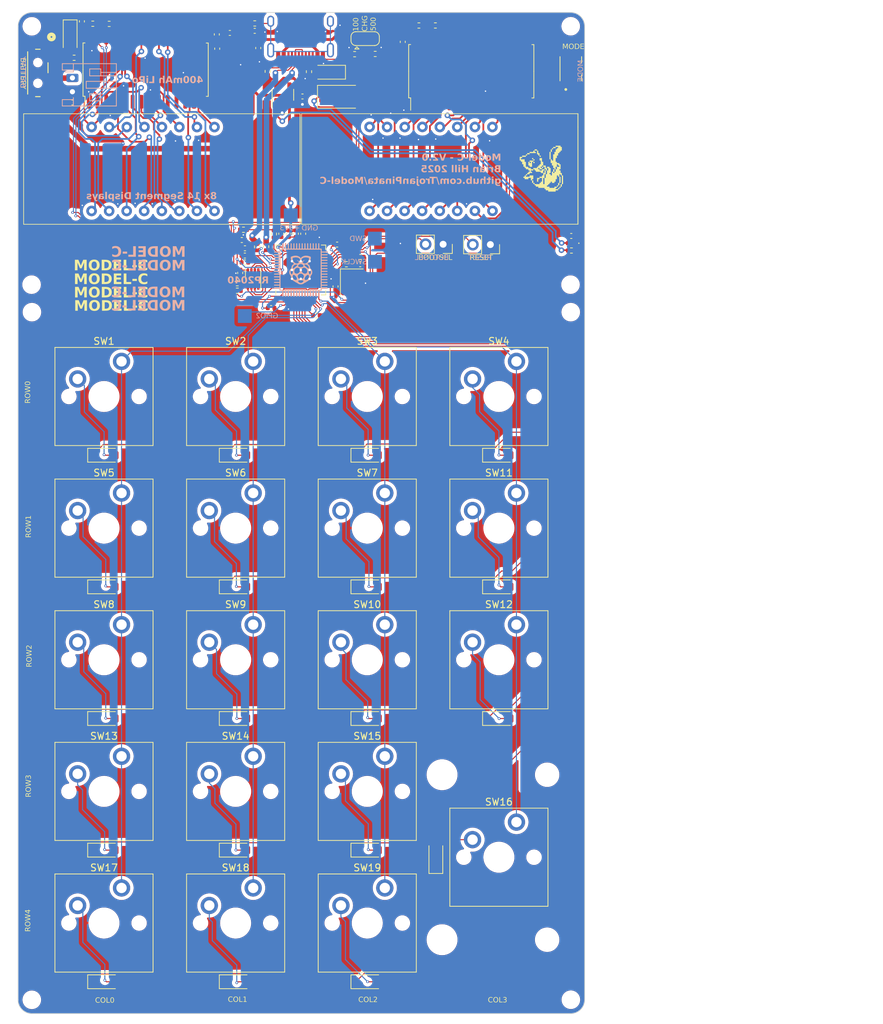
<source format=kicad_pcb>
(kicad_pcb (version 20221018) (generator pcbnew)
  (title_block (title "Model-C - Calculator numpad combo with mechanical switches") (date "2025-01-19") (rev "v2.0") (company "Design by Brian Hill (@TrojanPinata)"))
  (layers (0 "F.Cu" signal) (31 "B.Cu" signal) (34 "B.Paste" user) (35 "F.Paste" user) (36 "B.SilkS" user "B.Silkscreen") (37 "F.SilkS" user "F.Silkscreen") (38 "B.Mask" user) (39 "F.Mask" user) (44 "Edge.Cuts" user))
  (net 0 "")
  (net 1 "GND")
  (net 2 "+3V3")
  (net 3 "/XIN")
  (net 4 "Net-(C4-Pad1)")
  (net 5 "Net-(USB1-SHIELD)")
  (net 6 "+1V1")
  (net 7 "Net-(U3-ADC_AVDD)")
  (net 8 "Net-(D22-K)")
  (net 9 "/row0")
  (net 10 "Net-(D1-A)")
  (net 11 "Net-(D2-A)")
  (net 12 "Net-(D3-A)")
  (net 13 "Net-(D4-A)")
  (net 14 "/row1")
  (net 15 "Net-(D5-A)")
  (net 16 "Net-(D6-A)")
  (net 17 "Net-(D7-A)")
  (net 18 "Net-(D8-A)")
  (net 19 "/row2")
  (net 20 "Net-(D9-A)")
  (net 21 "Net-(D10-A)")
  (net 22 "Net-(D11-A)")
  (net 23 "Net-(D12-A)")
  (net 24 "/row3")
  (net 25 "Net-(D13-A)")
  (net 26 "Net-(D14-A)")
  (net 27 "Net-(D15-A)")
  (net 28 "Net-(D16-A)")
  (net 29 "/row4")
  (net 30 "Net-(D17-A)")
  (net 31 "Net-(D18-A)")
  (net 32 "Net-(D19-A)")
  (net 33 "VSYS")
  (net 34 "VBUS")
  (net 35 "Net-(D23-K)")
  (net 36 "/USB_BOOT")
  (net 37 "/QSPI_SS")
  (net 38 "+5V")
  (net 39 "Net-(USB1-CC1)")
  (net 40 "Net-(USB1-CC2)")
  (net 41 "/ADC_VREF")
  (net 42 "Net-(U3-USB_DP)")
  (net 43 "/USB_DP")
  (net 44 "Net-(U3-USB_DM)")
  (net 45 "/USB_DN")
  (net 46 "Net-(U4-STAT)")
  (net 47 "/RUN")
  (net 48 "/col0")
  (net 49 "/col1")
  (net 50 "/col2")
  (net 51 "/col3")
  (net 52 "Net-(U3-SWCLK)")
  (net 53 "Net-(U3-SWD)")
  (net 54 "/QSPI_SD1")
  (net 55 "/QSPI_SD2")
  (net 56 "/QSPI_SD0")
  (net 57 "/QSPI_SCLK")
  (net 58 "/QSPI_SD3")
  (net 59 "/SDA")
  (net 60 "/SCL")
  (net 61 "Net-(D20-K)")
  (net 62 "Net-(D20-A)")
  (net 63 "Net-(IC1-COM0{slash}AD)")
  (net 64 "Net-(IC1-COM1{slash}KS0)")
  (net 65 "Net-(IC1-COM2{slash}KS1)")
  (net 66 "Net-(IC1-COM3{slash}KS2)")
  (net 67 "Net-(IC1-COM4)")
  (net 68 "Net-(IC1-COM5)")
  (net 69 "Net-(IC1-COM6)")
  (net 77 "Net-(JP2-B)")
  (net 78 "Net-(JP2-A)")
  (net 79 "Net-(JP2-C)")
  (net 83 "Net-(IC1-ROW8{slash}K6)")
  (net 84 "Net-(IC1-ROW7{slash}K5)")
  (net 85 "Net-(IC1-ROW6{slash}K4)")
  (net 86 "Net-(IC1-ROW5{slash}K3)")
  (net 87 "Net-(IC1-ROW4{slash}K2)")
  (net 88 "Net-(IC1-ROW3{slash}K1)")
  (net 89 "Net-(IC1-ROW2{slash}A0)")
  (net 90 "Net-(IC1-ROW1{slash}A1)")
  (net 91 "Net-(IC2-COM1{slash}KS0)")
  (net 92 "Net-(IC2-COM2{slash}KS1)")
  (net 93 "Net-(IC2-COM3{slash}KS2)")
  (net 94 "Net-(IC2-COM4)")
  (net 95 "Net-(IC2-COM5)")
  (net 96 "Net-(IC2-COM6)")
  (net 105 "Net-(IC2-ROW8{slash}K6)")
  (net 106 "Net-(IC2-ROW7{slash}K5)")
  (net 107 "Net-(IC2-ROW6{slash}K4)")
  (net 108 "Net-(IC2-ROW5{slash}K3)")
  (net 109 "Net-(IC2-ROW4{slash}K2)")
  (net 110 "Net-(IC2-ROW3{slash}K1)")
  (net 111 "Net-(IC2-ROW2{slash}A0)")
  (net 112 "Net-(IC2-ROW1{slash}A1)")
  (net 113 "Net-(U5-LX)")
  (net 114 "/XOUT")
  (net 115 "Net-(IC2-ROW0{slash}A2)")
  (net 116 "Net-(IC1-ROW0{slash}A2)")
  (net 117 "Net-(U3-GPIO2)")
  (net 135 "/mode")
  (net 136 "Net-(J1-Pin_1)")
  (footprint "EVQ-P7A01P:SW_EVQ-P7A01P" (layer "F.Cu") (at 125.831 32.7915 90)
    (fp_text reference "S1" hide)
    (fp_text value "MODE")
  )
  (footprint "PCM_Switch_Keyboard_Cherry_MX:SW_Cherry_MX_PCB_1.00u" (layer "F.Cu") (at 77.323 80.222)
    (fp_text reference "SW2")
    (fp_text value "SW_SPST")
  )
  (footprint "Resistor_SMD:R_0402_1005Metric" (layer "F.Cu") (at 97.521 30.648 180)
    (fp_text reference "R15" hide)
    (fp_text value "2k")
  )
  (footprint "PCM_Switch_Keyboard_Cherry_MX:SW_Cherry_MX_PCB_1.00u" (layer "F.Cu") (at 96.373 137.372)
    (fp_text reference "SW15")
    (fp_text value "SW_SPST")
  )
  (footprint "" (layer "F.Cu") (at 125.823 68.017)
    (fp_text reference "")
    (fp_text value "")
  )
  (footprint "Resistor_SMD:R_0402_1005Metric" (layer "F.Cu") (at 56.652 26.274 180)
    (fp_text reference "R17" hide)
    (fp_text value "10k")
  )
  (footprint "RP2040_minimal:RP2040-QFN-56" (layer "F.Cu") (at 86.753 61.9145 90)
    (fp_text reference "U3" hide)
    (fp_text value "RP2040")
  )
  (footprint "Diode_SMD:D_SOD-123" (layer "F.Cu") (at 53.372 28.082 -90)
    (fp_text reference "D20" hide)
    (fp_text value "1N4148")
  )
  (footprint "Capacitor_SMD:C_0402_1005Metric" (layer "F.Cu") (at 83.929 56.667 90)
    (fp_text reference "C10" hide)
    (fp_text value "2.2uF")
  )
  (footprint "Diode_SMD:D_SOD-123" (layer "F.Cu") (at 77.323 145.872)
    (fp_text reference "D14" hide)
    (fp_text value "D")
  )
  (footprint "Resistor_SMD:R_0402_1005Metric" (layer "F.Cu") (at 87.94 33.215 -90)
    (fp_text reference "R6" hide)
    (fp_text value "5.1k")
  )
  (footprint "" (layer "F.Cu") (at 47.793 64.036)
    (fp_text reference "")
    (fp_text value "")
  )
  (footprint "Diode_SMD:D_SOD-123" (layer "F.Cu") (at 58.273 107.772)
    (fp_text reference "D5" hide)
    (fp_text value "D")
  )
  (footprint "Diode_SMD:D_SOD-123" (layer "F.Cu") (at 96.373 126.822)
    (fp_text reference "D11" hide)
    (fp_text value "D")
  )
  (footprint "Diode_SMD:D_SOD-123" (layer "F.Cu") (at 77.323 88.722)
    (fp_text reference "D2" hide)
    (fp_text value "D")
  )
  (footprint "Resistor_SMD:R_0402_1005Metric" (layer "F.Cu") (at 106.233 26.528 180)
    (fp_text reference "R20" hide)
    (fp_text value "4.7k")
  )
  (footprint "Diode_SMD:D_SOD-123" (layer "F.Cu") (at 77.323 164.922)
    (fp_text reference "D18" hide)
    (fp_text value "D")
  )
  (footprint "HRO-TYPE-C31-M-12:HRO-TYPE-C-31-M-12" (layer "F.Cu") (at 86.721 23.317 180)
    (fp_text reference "USB1" hide)
    (fp_text value "HRO-TYPE-C-31-M-12" hide)
  )
  (footprint "Capacitor_SMD:C_0402_1005Metric" (layer "F.Cu") (at 86.996 36.803)
    (fp_text reference "C2" hide)
    (fp_text value "10uF")
  )
  (footprint "Capacitor_SMD:C_0402_1005Metric" (layer "F.Cu") (at 80.596 29.794 -90)
    (fp_text reference "C22" hide)
    (fp_text value "4.7uF")
  )
  (footprint "Diode_SMD:D_SOD-123" (layer "F.Cu") (at 77.323 126.822)
    (fp_text reference "D10" hide)
    (fp_text value "D")
  )
  (footprint "PCM_Switch_Keyboard_Cherry_MX:SW_Cherry_MX_PCB_1.00u" (layer "F.Cu") (at 58.273 137.372)
    (fp_text reference "SW13")
    (fp_text value "SW_SPST")
  )
  (footprint "Resistor_SMD:R_0402_1005Metric" (layer "F.Cu") (at 53.95 31.201 180)
    (fp_text reference "R4" hide)
    (fp_text value "47k")
  )
  (footprint "Capacitor_SMD:C_0402_1005Metric" (layer "F.Cu") (at 84.992 56.665 90)
    (fp_text reference "C18" hide)
    (fp_text value "2.2uF")
  )
  (footprint "Package_SO:SOP-28_7.5x17.9mm_P1.27mm" (layer "F.Cu") (at 110.174 33.149 90)
    (property "VALUE" "HTK16K33")
    (fp_text reference "IC1" hide)
    (fp_text value "HT16K33")
  )
  (footprint "PCM_Switch_Keyboard_Cherry_MX:SW_Cherry_MX_PCB_1.00u" (layer "F.Cu") (at 77.323 156.422)
    (fp_text reference "SW18")
    (fp_text value "SW_SPST")
  )
  (footprint "" (layer "F.Cu") (at 47.843 68.017)
    (fp_text reference "")
    (fp_text value "")
  )
  (footprint "Diode_SMD:D_SOD-123" (layer "F.Cu") (at 115.423 88.722)
    (fp_text reference "D4" hide)
    (fp_text value "D")
  )
  (footprint "PCM_Switch_Keyboard_Cherry_MX:SW_Cherry_MX_PCB_2.00u_90deg" (layer "F.Cu") (at 115.423 146.897)
    (fp_text reference "SW16")
    (fp_text value "SW_SPST")
  )
  (footprint "Resistor_SMD:R_0402_1005Metric" (layer "F.Cu") (at 103.847 26.533 180)
    (fp_text reference "R19" hide)
    (fp_text value "4.7k")
  )
  (footprint "Capacitor_SMD:C_0402_1005Metric" (layer "F.Cu") (at 78.216 57.58)
    (fp_text reference "C15" hide)
    (fp_text value "0.1uF")
  )
  (footprint "Resistor_SMD:R_0402_1005Metric" (layer "F.Cu") (at 125.921 59.096 180)
    (fp_text reference "R14" hide)
    (fp_text value "330")
  )
  (footprint "LED_SMD:LED_0402_1005Metric" (layer "F.Cu") (at 125.904 58.041 180)
    (fp_text reference "D23" hide)
    (fp_text value "LED")
  )
  (footprint "Diode_SMD:D_SMA" (layer "F.Cu") (at 92.681 36.842)
    (fp_text reference "D22" hide)
    (fp_text value "MBRA140")
  )
  (footprint "PCM_Switch_Keyboard_Cherry_MX:SW_Cherry_MX_PCB_1.00u" (layer "F.Cu") (at 96.373 99.272)
    (fp_text reference "SW7")
    (fp_text value "SW_SPST")
  )
  (footprint "Capacitor_SMD:C_0402_1005Metric" (layer "F.Cu") (at 91.781 64.295 90)
    (fp_text reference "C3" hide)
    (fp_text value "22pF")
  )
  (footprint "PCM_Switch_Keyboard_Cherry_MX:SW_Cherry_MX_PCB_1.00u" (layer "F.Cu") (at 58.273 99.272)
    (fp_text reference "SW5")
    (fp_text value "SW_SPST")
  )
  (footprint "Connector_PinSocket_2.54mm:PinSocket_1x02_P2.54mm_Vertical" (layer "F.Cu") (at 107.351 58.192 -90)
    (fp_text reference "J2" hide)
    (fp_text value "Conn_01x02_Socket")
  )
  (footprint "Capacitor_SMD:C_0402_1005Metric" (layer "F.Cu") (at 78.66025 59.8305 180)
    (fp_text reference "C9" hide)
    (fp_text value "0.1uF")
  )
  (footprint "Jumper:SolderJumper-3_P1.3mm_Open_RoundedPad1.0x1.5mm" (layer "F.Cu") (at 96.071 28.4325)
    (fp_text reference "JP2" hide)
    (fp_text value "500mA - 100mA")
  )
  (footprint "Capacitor_SMD:C_0402_1005Metric" (layer "F.Cu") (at 53.718 37.675)
    (fp_text reference "C20" hide)
    (fp_text value "4.7uF")
  )
  (footprint "Capacitor_SMD:C_0402_1005Metric" (layer "F.Cu") (at 82.452 67.418)
    (fp_text reference "C17" hide)
    (fp_text value "0.1uF")
  )
  (footprint "" (layer "F.Cu") (at 125.837 167.52)
    (fp_text reference "")
    (fp_text value "")
  )
  (footprint "Capacitor_SMD:C_0402_1005Metric" (layer "F.Cu") (at 95.357 61.084)
    (fp_text reference "C4" hide)
    (fp_text value "22pF")
  )
  (footprint "PCM_Switch_Keyboard_Cherry_MX:SW_Cherry_MX_PCB_1.00u" (layer "F.Cu") (at 96.373 118.322)
    (fp_text reference "SW10")
    (fp_text value "SW_SPST")
  )
  (footprint "" (layer "F.Cu") (at 47.826 167.532)
    (fp_text reference "")
    (fp_text value "")
  )
  (footprint "Resistor_SMD:R_0402_1005Metric" (layer "F.Cu") (at 80.434 58.567 90)
    (fp_text reference "R12" hide)
    (fp_text value "27")
  )
  (footprint "Resistor_SMD:R_0402_1005Metric" (layer "F.Cu") (at 93.352 61.084 180)
    (fp_text reference "R3" hide)
    (fp_text value "1k")
  )
  (footprint "Package_TO_SOT_SMD:SOT-23-5" (layer "F.Cu") (at 84.165 36.562 90)
    (fp_text reference "U4" hide)
    (fp_text value "MCP73831-2-OT")
  )
  (footprint "Connector_PinSocket_2.54mm:PinSocket_1x02_P2.54mm_Vertical" (layer "F.Cu") (at 114.188 58.236 -90)
    (fp_text reference "J3" hide)
    (fp_text value "Conn_01x02_Socket")
  )
  (footprint "Capacitor_SMD:C_0402_1005Metric" (layer "F.Cu") (at 92.012 58.237)
    (fp_text reference "C12" hide)
    (fp_text value "0.1uF")
  )
  (footprint "Diode_SMD:D_SOD-123" (layer "F.Cu") (at 96.373 88.722)
    (fp_text reference "D3" hide)
    (fp_text value "D")
  )
  (footprint "Capacitor_SMD:C_0402_1005Metric" (layer "F.Cu") (at 74.658 29.89 -90)
    (fp_text reference "C23" hide)
    (fp_text value "10uF")
  )
  (footprint "Capacitor_SMD:C_0402_1005Metric" (layer "F.Cu") (at 78.66325 60.8195 180)
    (fp_text reference "C7" hide)
    (fp_text value "1uF")
  )
  (footprint "Capacitor_SMD:C_0402_1005Metric" (layer "F.Cu") (at 80.088 27.305 180)
    (fp_text reference "C6" hide)
    (fp_text value "0.1uF")
  )
  (footprint "PCM_Switch_Keyboard_Cherry_MX:SW_Cherry_MX_PCB_1.00u" (layer "F.Cu") (at 77.323 118.322)
    (fp_text reference "SW9")
    (fp_text value "SW_SPST")
  )
  (footprint "Resistor_SMD:R_0402_1005Metric" (layer "F.Cu") (at 77.568 64.917 180)
    (fp_text reference "R1" hide)
    (fp_text value "1k")
  )
  (footprint "Diode_SMD:D_SOD-123" (layer "F.Cu") (at 77.323 107.772)
    (fp_text reference "D6" hide)
    (fp_text value "D")
  )
  (footprint "Resistor_SMD:R_0402_1005Metric" (layer "F.Cu") (at 81.737 58.534 90)
    (fp_text reference "R13" hide)
    (fp_text value "27")
  )
  (footprint "Diode_SMD:D_SOD-123" (layer "F.Cu") (at 115.423 126.822)
    (fp_text reference "D12" hide)
    (fp_text value "D")
  )
  (footprint "PCM_Switch_Keyboard_Cherry_MX:SW_Cherry_MX_PCB_1.00u" (layer "F.Cu") (at 115.423 80.222)
    (fp_text reference "SW4")
    (fp_text value "SW_SPST")
  )
  (footprint "hk:14 seg" (layer "F.Cu") (at 52.979 38.673)
    (fp_text reference "U6" hide)
    (fp_text value "14seg")
  )
  (footprint "Package_SO:SOP-28_7.5x17.9mm_P1.27mm" (layer "F.Cu") (at 63.048 32.916 90)
    (property "VALUE" "HTK16K33")
    (fp_text reference "IC2" hide)
    (fp_text value "HT16K33")
  )
  (footprint "Diode_SMD:D_SOD-123" (layer "F.Cu") (at 96.373 107.772)
    (fp_text reference "D7" hide)
    (fp_text value "D")
  )
  (footprint "Capacitor_SMD:C_0402_1005Metric" (layer "F.Cu") (at 101.51 28.901 -90)
    (fp_text reference "C25" hide)
    (fp_text value "10uF")
  )
  (footprint "Diode_SMD:D_SOD-123" (layer "F.Cu") (at 58.273 126.822)
    (fp_text reference "D9" hide)
    (fp_text value "D")
  )
  (footprint "Capacitor_SMD:C_0402_1005Metric" (layer "F.Cu") (at 76.486 27.607)
    (fp_text reference "C24" hide)
    (fp_text value "0.1uF")
  )
  (footprint "Resistor_SMD:R_0402_1005Metric" (layer "F.Cu") (at 77.56 63.831 180)
    (fp_text reference "R2" hide)
    (fp_text value "10k")
  )
  (footprint "Capacitor_SMD:C_0402_1005Metric" (layer "F.Cu") (at 78.671 58.774)
    (fp_text reference "C14" hide)
    (fp_text value "0.1uF")
  )
  (footprint "PCM_Switch_Keyboard_Cherry_MX:SW_Cherry_MX_PCB_1.00u" (layer "F.Cu") (at 96.373 80.222)
    (fp_text reference "SW3")
    (fp_text value "SW_SPST")
  )
  (footprint "Capacitor_SMD:C_0402_1005Metric" (layer "F.Cu") (at 86.045 56.666 90)
    (fp_text reference "C11" hide)
    (fp_text value "0.1uF")
  )
  (footprint "PCM_Switch_Keyboard_Cherry_MX:SW_Cherry_MX_PCB_1.00u" (layer "F.Cu") (at 58.273 156.422)
    (fp_text reference "SW17")
    (fp_text value "SW_SPST")
  )
  (footprint "Capacitor_SMD:C_0402_1005Metric" (layer "F.Cu") (at 74.602 27.823 90)
    (fp_text reference "C21" hide)
    (fp_text value "10uF")
  )
  (footprint "Diode_SMD:D_SOD-123" (layer "F.Cu") (at 58.273 88.722)
    (fp_text reference "D1" hide)
    (fp_text value "D")
  )
  (footprint "Resistor_SMD:R_0402_1005Metric" (layer "F.Cu") (at 81.969 33.173 -90)
    (fp_text reference "R7" hide)
    (fp_text value "5.1k")
  )
  (footprint "PCM_Switch_Keyboard_Cherry_MX:SW_Cherry_MX_PCB_1.00u" (layer "F.Cu") (at 77.323 137.372)
    (fp_text reference "SW14")
    (fp_text value "SW_SPST")
  )
  (footprint "Diode_SMD:D_SOD-123" (layer "F.Cu") (at 96.373 164.922)
    (fp_text reference "D19" hide)
    (fp_text value "D")
  )
  (footprint "Crystal:Crystal_SMD_3225-4Pin_3.2x2.5mm" (layer "F.Cu") (at 94.133 63.765 -90)
    (fp_text reference "Y1" hide)
    (fp_text value "12MHz")
  )
  (footprint "Resistor_SMD:R_0402_1005Metric" (layer "F.Cu") (at 59.022 26.297 180)
    (fp_text reference "R18" hide)
    (fp_text value "10k")
  )
  (footprint "Diode_SMD:D_SOD-123" (layer "F.Cu") (at 106.299 146.8885 90)
    (fp_text reference "D16" hide)
    (fp_text value "D")
  )
  (footprint "" (layer "F.Cu") (at 125.818 26.641)
    (fp_text reference "")
    (fp_text value "")
  )
  (footprint "Capacitor_SMD:C_0402_1005Metric" (layer "F.Cu") (at 55.076 25.934 90)
    (fp_text reference "C5" hide)
    (fp_text value "0.1uF")
  )
  (footprint "PCM_Switch_Keyboard_Cherry_MX:SW_Cherry_MX_PCB_1.00u" (layer "F.Cu") (at 58.273 80.222)
    (fp_text reference "SW1")
    (fp_text value "SW_SPST")
  )
  (footprint "Resistor_SMD:R_0402_1005Metric" (layer "F.Cu") (at 78.457 56.088)
    (fp_text reference "R10" hide)
    (fp_text value "200")
  )
  (footprint "Diode_SMD:D_SOD-123" (layer "F.Cu") (at 96.373 145.872)
    (fp_text reference "D15" hide)
    (fp_text value "D")
  )
  (footprint "PCM_Switch_Keyboard_Cherry_MX:SW_Cherry_MX_PCB_1.00u" (layer "F.Cu") (at 77.323 99.272)
    (fp_text reference "SW6")
    (fp_text value "SW_SPST")
  )
  (footprint "Capacitor_SMD:C_0402_1005Metric" (layer "F.Cu") (at 125.895 56.989)
    (fp_text reference "C19" hide)
    (fp_text value "4.7uF")
  )
  (footprint "hk:14 seg" (layer "F.Cu") (at 93.204 38.663)
    (fp_text reference "U2" hide)
    (fp_text value "14seg")
  )
  (footprint "Capacitor_SMD:C_0402_1005Metric" (layer "F.Cu") (at 87.101 56.669 90)
    (fp_text reference "C13" hide)
    (fp_text value "0.1uF")
  )
  (footprint "Resistor_SMD:R_0402_1005Metric" (layer "F.Cu") (at 82.863 56.706 -90)
    (fp_text reference "R11" hide)
    (fp_text value "1")
  )
  (footprint "PCM_Switch_Keyboard_Cherry_MX:SW_Cherry_MX_PCB_1.00u" (layer "F.Cu") (at 115.423 118.322)
    (fp_text reference "SW12")
    (fp_text value "SW_SPST")
  )
  (footprint "" (layer "F.Cu") (at 47.824 26.65)
    (fp_text reference "")
    (fp_text value "")
  )
  (footprint "PCM_Switch_Keyboard_Cherry_MX:SW_Cherry_MX_PCB_1.00u" (layer "F.Cu") (at 58.273 118.322)
    (fp_text reference "SW8")
    (fp_text value "SW_SPST")
  )
  (footprint "Capacitor_SMD:C_0402_1005Metric" (layer "F.Cu") (at 95.377 60.028)
    (fp_text reference "C8" hide)
    (fp_text value "0.1uF")
  )
  (footprint "LOGO" (layer "F.Cu") (at 121.572 47.332)
    (fp_text reference "G***" hide)
    (fp_text value "LOGO" hide)
  )
  (footprint "PCM_Mounting_Keyboard_Stabilizer:Stabilizer_Cherry_MX_2.00u" (layer "F.Cu") (at 115.423 146.897 -90)
    (fp_text reference "H1" hide)
    (fp_text value "Stabilizer")
  )
  (footprint "Package_SON:SON-8-1EP_3x2mm_P0.5mm_EP1.4x1.6mm" (layer "F.Cu") (at 79.85325 63.2195 90)
    (fp_text reference "U1" hide)
    (fp_text value "W25Q16JVUXIQ")
  )
  (footprint "footprints:MK-12C02-G020_GSW" (layer "F.Cu") (at 48.69982 33.3971 -90)
    (fp_text reference "SW21" hide)
    (fp_text value "SW_SPDT")
  )
  (footprint "" (layer "F.Cu") (at 125.785 64.034)
    (fp_text reference "")
    (fp_text value "")
  )
  (footprint "PCM_Switch_Keyboard_Cherry_MX:SW_Cherry_MX_PCB_1.00u" (layer "F.Cu") (at 96.373 156.422)
    (fp_text reference "SW19")
    (fp_text value "SW_SPST")
  )
  (footprint "Capacitor_SMD:C_0402_1005Metric" (layer "F.Cu") (at 89.007 68.473)
    (fp_text reference "C16" hide)
    (fp_text value "0.1uF")
  )
  (footprint "Capacitor_SMD:C_0402_1005Metric" (layer "F.Cu") (at 77.98625 62.3405 90)
    (fp_text reference "C1" hide)
    (fp_text value "0.1uF")
  )
  (footprint "Diode_SMD:D_SOD-123" (layer "F.Cu") (at 115.423 107.772)
    (fp_text reference "D8" hide)
    (fp_text value "D")
  )
  (footprint "Diode_SMD:D_SOD-123" (layer "F.Cu") (at 90.8615 33.294 180)
    (fp_text reference "D21" hide)
    (fp_text value "1N4002W")
  )
  (footprint "Diode_SMD:D_SOD-123" (layer "F.Cu") (at 58.273 145.872)
    (fp_text reference "D13" hide)
    (fp_text value "D")
  )
  (footprint "PCM_Switch_Keyboard_Cherry_MX:SW_Cherry_MX_PCB_1.00u" (layer "F.Cu") (at 115.423 99.272)
    (fp_text reference "SW11")
    (fp_text value "SW_SPST")
  )
  (footprint "Resistor_SMD:R_0402_1005Metric" (layer "F.Cu") (at 94.545 30.679)
    (fp_text reference "R16" hide)
    (fp_text value "10k")
  )
  (footprint "Diode_SMD:D_SOD-123" (layer "F.Cu") (at 58.273 164.922)
    (fp_text reference "D17" hide)
    (fp_text value "D")
  )
  (footprint "Resistor_SMD:R_0402_1005Metric" (layer "F.Cu") (at 80.091 26.235)
    (fp_text reference "R8" hide)
    (fp_text value "10k")
  )
  (footprint "Connector_JST:JST_PH_S2B-PH-K_1x02_P2.00mm_Horizontal" (layer "B.Cu") (at 53.702 34.116 -90)
    (fp_text reference "J1" hide)
    (fp_text value "Batt")
  )
  (footprint "LOGO" (layer "B.Cu") (at 86.753 61.9145 180)
    (fp_text reference "G***" hide)
    (fp_text value "LOGO" hide)
  )
  (footprint "libraries:CustomTestPoint" (layer "B.Cu") (at 88.291 54 180)
    (fp_text reference "TP3")
    (fp_text value "TestPoint")
  )
  (footprint "libraries:CustomTestPoint" (layer "B.Cu") (at 97.486 60.723 180)
    (fp_text reference "TP1")
    (fp_text value "TestPoint")
  )
  (footprint "libraries:CustomTestPoint" (layer "B.Cu") (at 78.649 68.575 180)
    (fp_text reference "TP4")
    (fp_text value "TestPoint")
  )
  (footprint "libraries:CustomTestPoint" (layer "B.Cu") (at 85.3 54.002 180)
    (fp_text reference "TP9")
    (fp_text value "TestPoint")
  )
  (footprint "libraries:CustomTestPoint" (layer "B.Cu") (at 97.47 57.377 180)
    (fp_text reference "TP2")
    (fp_text value "TestPoint")
  )
  (gr_line (start 89.355 65.713) (end 89.355 64.931) (stroke (width 0.15)) (layer "B.SilkS"))
  (gr_line (start 90.555 59.713) (end 89.773 59.713) (stroke (width 0.15)) (layer "B.SilkS"))
  (gr_line (start 90.552 60.113) (end 89.77 60.113) (stroke (width 0.15)) (layer "B.SilkS"))
  (gr_line (start 86.558 65.713) (end 86.558 64.931) (stroke (width 0.15)) (layer "B.SilkS"))
  (gr_line (start 83.73 61.309) (end 82.948 61.309) (stroke (width 0.15)) (layer "B.SilkS"))
  (gr_line (start 90.551 59.314) (end 89.769 59.314) (stroke (width 0.15)) (layer "B.SilkS"))
  (gr_line (start 90.552 61.713) (end 89.77 61.713) (stroke (width 0.15)) (layer "B.SilkS"))
  (gr_line (start 83.733 59.708) (end 82.951 59.708) (stroke (width 0.15)) (layer "B.SilkS"))
  (gr_line (start 83.73 62.905) (end 82.948 62.905) (stroke (width 0.15)) (layer "B.SilkS"))
  (gr_line (start 83.729 62.106) (end 82.947 62.106) (stroke (width 0.15)) (layer "B.SilkS"))
  (gr_line (start 87.355 65.714) (end 87.355 64.932) (stroke (width 0.15)) (layer "B.SilkS"))
  (gr_line (start 88.554 58.896) (end 88.554 58.114) (stroke (width 0.15)) (layer "B.SilkS"))
  (gr_line (start 83.729 59.309) (end 82.947 59.309) (stroke (width 0.15)) (layer "B.SilkS"))
  (gr_line (start 83.73 60.108) (end 82.948 60.108) (stroke (width 0.15)) (layer "B.SilkS"))
  (gr_line (start 90.552 61.314) (end 89.77 61.314) (stroke (width 0.15)) (layer "B.SilkS"))
  (gr_line (start 87.353 58.896) (end 87.353 58.114) (stroke (width 0.15)) (layer "B.SilkS"))
  (gr_line (start 90.552 60.514) (end 89.77 60.514) (stroke (width 0.15)) (layer "B.SilkS"))
  (gr_line (start 84.554 58.896) (end 84.554 58.114) (stroke (width 0.15)) (layer "B.SilkS"))
  (gr_line (start 83.73 64.108) (end 82.948 64.108) (stroke (width 0.15)) (layer "B.SilkS"))
  (gr_line (start 88.956 65.717) (end 88.956 64.935) (stroke (width 0.15)) (layer "B.SilkS"))
  (gr_line (start 83.729 62.507) (end 82.947 62.507) (stroke (width 0.15)) (layer "B.SilkS"))
  (gr_line (start 84.153 65.714) (end 84.153 64.932) (stroke (width 0.15)) (layer "B.SilkS"))
  (gr_line (start 90.551 60.915) (end 89.769 60.915) (stroke (width 0.15)) (layer "B.SilkS"))
  (gr_line (start 86.157 65.713) (end 86.157 64.931) (stroke (width 0.15)) (layer "B.SilkS"))
  (gr_line (start 86.954 58.896) (end 86.954 58.114) (stroke (width 0.15)) (layer "B.SilkS"))
  (gr_line (start 84.954 58.896) (end 84.954 58.114) (stroke (width 0.15)) (layer "B.SilkS"))
  (gr_line (start 88.153 58.896) (end 88.153 58.114) (stroke (width 0.15)) (layer "B.SilkS"))
  (gr_line (start 90.552 62.91) (end 89.77 62.91) (stroke (width 0.15)) (layer "B.SilkS"))
  (gr_line (start 84.556 65.714) (end 84.556 64.932) (stroke (width 0.15)) (layer "B.SilkS"))
  (gr_line (start 87.752 58.895) (end 87.752 58.113) (stroke (width 0.15)) (layer "B.SilkS"))
  (gr_line (start 83.73 61.708) (end 82.948 61.708) (stroke (width 0.15)) (layer "B.SilkS"))
  (gr_line (start 90.552 64.113) (end 89.77 64.113) (stroke (width 0.15)) (layer "B.SilkS"))
  (gr_line (start 86.556 58.895) (end 86.556 58.113) (stroke (width 0.15)) (layer "B.SilkS"))
  (gr_line (start 83.729 63.304) (end 82.947 63.304) (stroke (width 0.15)) (layer "B.SilkS"))
  (gr_line (start 84.151 58.896) (end 84.151 58.114) (stroke (width 0.15)) (layer "B.SilkS"))
  (gr_line (start 88.556 65.714) (end 88.556 64.932) (stroke (width 0.15)) (layer "B.SilkS"))
  (gr_line (start 90.552 64.516) (end 89.77 64.516) (stroke (width 0.15)) (layer "B.SilkS"))
  (gr_line (start 88.954 58.899) (end 88.954 58.117) (stroke (width 0.15)) (layer "B.SilkS"))
  (gr_line (start 90.551 63.309) (end 89.769 63.309) (stroke (width 0.15)) (layer "B.SilkS"))
  (gr_line (start 83.73 63.708) (end 82.948 63.708) (stroke (width 0.15)) (layer "B.SilkS"))
  (gr_line (start 86.155 58.895) (end 86.155 58.113) (stroke (width 0.15)) (layer "B.SilkS"))
  (gr_line (start 85.358 58.895) (end 85.358 58.113) (stroke (width 0.15)) (layer "B.SilkS"))
  (gr_line (start 83.729 60.91) (end 82.947 60.91) (stroke (width 0.15)) (layer "B.SilkS"))
  (gr_line (start 90.551 62.111) (end 89.769 62.111) (stroke (width 0.15)) (layer "B.SilkS"))
  (gr_line (start 90.551 62.512) (end 89.769 62.512) (stroke (width 0.15)) (layer "B.SilkS"))
  (gr_rect (start 83.741 58.896) (end 89.706 64.861) (stroke (width 0.15)) (fill none) (layer "B.SilkS"))
  (gr_line (start 83.73 60.509) (end 82.948 60.509) (stroke (width 0.15)) (layer "B.SilkS"))
  (gr_line (start 88.155 65.714) (end 88.155 64.932) (stroke (width 0.15)) (layer "B.SilkS"))
  (gr_line (start 85.36 65.713) (end 85.36 64.931) (stroke (width 0.15)) (layer "B.SilkS"))
  (gr_line (start 86.956 65.714) (end 86.956 64.932) (stroke (width 0.15)) (layer "B.SilkS"))
  (gr_line (start 90.552 63.713) (end 89.77 63.713) (stroke (width 0.15)) (layer "B.SilkS"))
  (gr_line (start 85.759 65.714) (end 85.759 64.932) (stroke (width 0.15)) (layer "B.SilkS"))
  (gr_line (start 89.353 58.895) (end 89.353 58.113) (stroke (width 0.15)) (layer "B.SilkS"))
  (gr_line (start 87.754 65.713) (end 87.754 64.931) (stroke (width 0.15)) (layer "B.SilkS"))
  (gr_line (start 83.73 64.511) (end 82.948 64.511) (stroke (width 0.15)) (layer "B.SilkS"))
  (gr_line (start 85.757 58.896) (end 85.757 58.114) (stroke (width 0.15)) (layer "B.SilkS"))
  (gr_line (start 84.956 65.714) (end 84.956 64.932) (stroke (width 0.15)) (layer "B.SilkS"))
  (gr_line (start 125.833 24.644) (end 47.833 24.644) (stroke (width 0.1)) (layer "Edge.Cuts"))
  (gr_line (start 47.833 169.524) (end 125.833 169.524) (stroke (width 0.1)) (layer "Edge.Cuts"))
  (gr_line (start 45.833 26.644) (end 45.833 167.524) (stroke (width 0.1)) (layer "Edge.Cuts"))
  (gr_line (start 127.833 26.644) (end 127.833 167.524) (stroke (width 0.1)) (layer "Edge.Cuts"))
  (gr_arc (start 45.833 26.644) (mid 46.418786 25.229786) (end 47.833 24.644) (stroke (width 0.1)) (layer "Edge.Cuts"))
  (gr_arc (start 127.833 167.524) (mid 127.247214 168.938214) (end 125.833 169.524) (stroke (width 0.1)) (layer "Edge.Cuts"))
  (gr_arc (start 47.833 169.524) (mid 46.418786 168.938214) (end 45.833 167.524) (stroke (width 0.1)) (layer "Edge.Cuts"))
  (gr_arc (start 125.833 24.644) (mid 127.247214 25.229786) (end 127.833 26.644) (stroke (width 0.1)) (layer "Edge.Cuts"))
  (gr_text "MODEL-C" (at 70.125 60.256) (layer "B.SilkS") (effects (font (size 1.5 1.5) (thickness 0.3) bold) (justify left bottom mirror)))
  (gr_text "MODEL-C" (at 70.093 68.037) (layer "B.SilkS") (effects (font (size 1.5 1.5) (thickness 0.3) bold) (justify left bottom mirror)))
  (gr_text "MODEL-C" (at 70.113 62.242) (layer "B.SilkS") (effects (font (size 1.5 1.5) (thickness 0.3) bold) (justify left bottom mirror)))
  (gr_text "GND" (at 89.265 56.309) (layer "B.SilkS") (effects (font (size 0.75 0.75)) (justify left bottom mirror)))
  (gr_text "+3V3" (at 86.629 56.286) (layer "B.SilkS") (effects (font (size 0.75 0.75)) (justify left bottom mirror)))
  (gr_text "MODE" (at 127.703 31.53 90) (layer "B.SilkS") (effects (font (size 0.75 0.75)) (justify left bottom mirror)))
  (gr_text "400mAh LiPo" (at 72.618 35.038) (layer "B.SilkS") (effects (font (size 1 1) (thickness 0.2) bold) (justify left bottom mirror)))
  (gr_text "RESET" (at 114.345 60.582) (layer "B.SilkS") (effects (font (size 0.75 0.75)) (justify left bottom mirror)))
  (gr_text "SWCLK" (at 96.327 61.208) (layer "B.SilkS") (effects (font (size 0.75 0.75)) (justify left bottom mirror)))
  (gr_text "MODEL-C" (at 70.08 66.103) (layer "B.SilkS") (effects (font (size 1.5 1.5) (thickness 0.3) bold) (justify left bottom mirror)))
  (gr_text "Model-C - V2.0\nBrian Hill 2025\ngithub.com/TrojanPinata/Model-C" (at 115.763 49.62) (layer "B.SilkS") (effects (font (size 1 1) (thickness 0.2) bold) (justify left bottom mirror)))
  (gr_text "BOOTSEL" (at 108.179 60.582) (layer "B.SilkS") (effects (font (size 0.75 0.75)) (justify left bottom mirror)))
  (gr_text "RP2040" (at 82.13 64.028) (layer "B.SilkS") (effects (font (size 1 1) (thickness 0.2) bold) (justify left bottom mirror)))
  (gr_text "GPIO2" (at 83.479 69.025) (layer "B.SilkS") (effects (font (size 0.75 0.75)) (justify left bottom mirror)))
  (gr_text "SWD" (at 96.32 57.847) (layer "B.SilkS") (effects (font (size 0.75 0.75)) (justify left bottom mirror)))
  (gr_text "8x 14 Segment Displays" (at 74.612 51.834) (layer "B.SilkS") (effects (font (size 1 1) (thickness 0.2) bold) (justify left bottom mirror)))
  (gr_text "BATTERY" (at 46.066 35.588 270) (layer "B.SilkS") (effects (font (size 0.75 0.75)) (justify left bottom mirror)))
  (gr_text "COL2" (at 95.074 167.986) (layer "F.SilkS") (effects (font (size 0.75 0.75)) (justify left bottom)))
  (gr_text "BOOTSEL" (at 103.78 60.582) (layer "F.SilkS") (effects (font (size 0.75 0.75)) (justify left bottom)))
  (gr_text "ROW0" (at 47.714 81.24 90) (layer "F.SilkS") (effects (font (size 0.75 0.75)) (justify left bottom)))
  (gr_text "COL3" (at 113.823 168.031) (layer "F.SilkS") (effects (font (size 0.75 0.75)) (justify left bottom)))
  (gr_text "ROW1" (at 47.812 100.674 90) (layer "F.SilkS") (effects (font (size 0.75 0.75)) (justify left bottom)))
  (gr_text "MODEL-C" (at 53.915826 68.067) (layer "F.SilkS") (effects (font (size 1.5 1.5) (thickness 0.3) bold) (justify left bottom)))
  (gr_text "100" (at 95.196 27.378 90) (layer "F.SilkS") (effects (font (size 0.75 0.75)) (justify left bottom)))
  (gr_text "CHG" (at 96.486 27.399 90) (layer "F.SilkS") (effects (font (size 0.75 0.75)) (justify left bottom)))
  (gr_text "MODEL-C" (at 53.882826 64.206) (layer "F.SilkS") (effects (font (size 1.5 1.5) (thickness 0.3) bold) (justify left bottom)))
  (gr_text "BATTERY" (at 46.098 31.188 270) (layer "F.SilkS") (effects (font (size 0.75 0.75)) (justify left bottom)))
  (gr_text "MODE" (at 124.588 30.056) (layer "F.SilkS") (effects (font (size 0.75 0.75)) (justify left bottom)))
  (gr_text "ROW4" (at 47.73 157.69 90) (layer "F.SilkS") (effects (font (size 0.75 0.75)) (justify left bottom)))
  (gr_text "RESET" (at 111.199 60.596) (layer "F.SilkS") (effects (font (size 0.75 0.75)) (justify left bottom)))
  (gr_text "500" (at 97.725 27.324 90) (layer "F.SilkS") (effects (font (size 0.75 0.75)) (justify left bottom)))
  (gr_text "MODEL-C" (at 53.870826 62.22) (layer "F.SilkS") (effects (font (size 1.5 1.5) (thickness 0.3) bold) (justify left bottom)))
  (gr_text "MODEL-C" (at 53.890826 66.141) (layer "F.SilkS") (effects (font (size 1.5 1.5) (thickness 0.3) bold) (justify left bottom)))
  (gr_text "ROW2" (at 47.918 119.413 90) (layer "F.SilkS") (effects (font (size 0.75 0.75)) (justify left bottom)))
  (gr_text "COL1" (at 76.196 167.958) (layer "F.SilkS") (effects (font (size 0.75 0.75)) (justify left bottom)))
  (gr_text "COL0" (at 56.982 168.076) (layer "F.SilkS") (effects (font (size 0.75 0.75)) (justify left bottom)))
  (gr_text "ROW3" (at 47.813 138.231 90) (layer "F.SilkS") (effects (font (size 0.75 0.75)) (justify left bottom)))
  (segment (start 91.068448 63.128494) (end 90.903 63.128494) (width 0.15) (layer "F.Cu") (net 1))
  (segment (start 80.60325 64.507) (end 80.60325 63.9695) (width 0.15) (layer "F.Cu") (net 1))
  (segment (start 74.658 30.37) (end 76.909649 30.37) (width 0.15) (layer "F.Cu") (net 1))
  (segment (start 77.7955 62.8205) (end 77.98625 62.8205) (width 0.15) (layer "F.Cu") (net 1))
  (segment (start 78.552 57.559) (end 78.552 56.96) (width 0.15) (layer "F.Cu") (net 1))
  (segment (start 77.36 62.385) (end 77.7955 62.8205) (width 0.15) (layer "F.Cu") (net 1))
  (segment (start 81.6345 27.403) (end 83.355 27.403) (width 0.15) (layer "F.Cu") (net 1))
  (segment (start 80.596 30.274) (end 80.596 31.616) (width 0.4) (layer "F.Cu") (net 1))
  (segment (start 90.903 63.128494) (end 90.689006 62.9145) (width 0.15) (layer "F.Cu") (net 1))
  (segment (start 78.552 56.96) (end 78.433 56.841) (width 0.15) (layer "F.Cu") (net 1))
  (segment (start 80.563 30.307) (end 80.596 30.274) (width 0.4) (layer "F.Cu") (net 1))
  (segment (start 81.374 33.088) (end 81.374 32.394) (width 0.15) (layer "F.Cu") (net 1))
  (segment (start 81.374 32.394) (end 80.767 31.787) (width 0.15) (layer "F.Cu") (net 1))
  (segment (start 89.946 31.945) (end 90.039 32.038) (width 0.15) (layer "F.Cu") (net 1))
  (segment (start 91.517 27.413) (end 92.429 26.501) (width 0.15) (layer "F.Cu") (net 1))
  (segment (start 76.909649 30.37) (end 78.046 31.506351) (width 0.15) (layer "F.Cu") (net 1))
  (segment (start 81.969 33.683) (end 81.374 33.088) (width 0.15) (layer "F.Cu") (net 1))
  (segment (start 84.165 39.055) (end 84.062 39.158) (width 0.25) (layer "F.Cu") (net 1))
  (segment (start 84.165 37.6995) (end 84.165 39.055) (width 0.25) (layer "F.Cu") (net 1))
  (segment (start 78.18025 59.8305) (end 78.18025 59.74475) (width 0.15) (layer "F.Cu") (net 1))
  (segment (start 93.193 64.775) (end 93.283 64.865) (width 0.15) (layer "F.Cu") (net 1))
  (segment (start 80.596 31.616) (end 80.767 31.787) (width 0.4) (layer "F.Cu") (net 1))
  (segment (start 91.781 65.5735) (end 91.781 64.775) (width 0.15) (layer "F.Cu") (net 1))
  (segment (start 78.18025 59.74475) (end 79.151 58.774) (width 0.15) (layer "F.Cu") (net 1))
  (segment (start 53.702 36.116) (end 54.198 36.612) (width 0.25) (layer "F.Cu") (net 1))
  (segment (start 94.983 62.69) (end 96.122 63.829) (width 0.15) (layer "F.Cu") (net 1))
  (segment (start 78.18325 60.8195) (end 78.18325 59.8335) (width 0.15) (layer "F.Cu") (net 1))
  (segment (start 78.046 31.506351) (end 78.046 32.21) (width 0.15) (layer "F.Cu") (net 1))
  (segment (start 54.25 36.116) (end 53.702 36.116) (width 0.25) (layer "F.Cu") (net 1))
  (segment (start 90.356 31.422) (end 93.292 31.422) (width 0.15) (layer "F.Cu") (net 1))
  (segment (start 90.689006 62.9145) (end 90.1905 62.9145) (width 0.15) (layer "F.Cu") (net 1))
  (segment (start 54.198 36.612) (end 54.198 37.675) (width 0.25) (layer "F.Cu") (net 1))
  (segment (start 89.946 31.012) (end 89.946 31.945) (width 0.15) (layer "F.Cu") (net 1))
  (segment (start 91.5025 65.852) (end 91.781 65.5735) (width 0.15) (layer "F.Cu") (net 1))
  (segment (start 90.328 27.413) (end 91.517 27.413) (width 0.15) (layer "F.Cu") (net 1))
  (segment (start 91.139477 63.199523) (end 91.068448 63.128494) (width 0.15) (layer "F.Cu") (net 1))
  (segment (start 79.151 58.158) (end 78.552 57.559) (width 0.15) (layer "F.Cu") (net 1))
  (segment (start 80.60325 63.9695) (end 79.85325 63.2195) (width 0.15) (layer "F.Cu") (net 1))
  (segment (start 78.18325 59.8335) (end 78.18025 59.8305) (width 0.15) (layer "F.Cu") (net 1))
  (segment (start 93.292 31.422) (end 94.035 30.679) (width 0.15) (layer "F.Cu") (net 1))
  (segment (start 87.391 34.2155) (end 87.4495 34.2155) (width 0.15) (layer "F.Cu") (net 1))
  (segment (start 81.559 27.4785) (end 81.6345 27.403) (width 0.15) (layer "F.Cu") (net 1))
  (segment (start 79.15 30.307) (end 80.563 30.307) (width 0.4) (layer "F.Cu") (net 1))
  (segment (start 89.946 31.012) (end 90.356 31.422) (width 0.15) (layer "F.Cu") (net 1))
  (segment (start 94.983 62.665) (end 94.983 62.69) (width 0.15) (layer "F.Cu") (net 1))
  (segment (start 91.781 64.775) (end 93.193 64.775) (width 0.15) (layer "F.Cu") (net 1))
  (segment (start 87.4495 34.2155) (end 87.94 33.725) (width 0.15) (layer "F.Cu") (net 1))
  (segment (start 79.151 58.774) (end 79.151 58.158) (width 0.15) (layer "F.Cu") (net 1))
  (segment (start 56.063 36.12) (end 56.063 37.566) (width 0.25) (layer "F.Cu") (net 1))
  (via (at 61.104 35.261) (size 0.4) (drill 0.2) (layers "F.Cu" "B.Cu") (net 1))
  (via (at 64.224 31.259) (size 0.4) (drill 0.2) (layers "F.Cu" "B.Cu") (net 1))
  (via (at 83.355 27.403) (size 0.4) (drill 0.2) (layers "F.Cu" "B.Cu") (net 1))
  (via (at 77.36 62.385) (size 0.4) (drill 0.2) (layers "F.Cu" "B.Cu") (net 1))
  (via (at 91.5025 65.852) (size 0.4) (drill 0.2) (layers "F.Cu" "B.Cu") (net 1))
  (via (at 65.269 52.334) (size 0.4) (drill 0.2) (layers "F.Cu" "B.Cu") (net 1))
  (via (at 59.182 39.558) (size 0.4) (drill 0.2) (layers "F.Cu" "B.Cu") (net 1))
  (via (at 90.039 32.038) (size 0.4) (drill 0.2) (layers "F.Cu" "B.Cu") (net 1))
  (via (at 113.485 36.035) (size 0.4) (drill 0.2) (layers "F.Cu" "B.Cu") (net 1))
  (via (at 93.735 29.725) (size 0.4) (drill 0.2) (layers "F.Cu" "B.Cu") (net 1))
  (via (at 91.139477 63.199523) (size 0.4) (drill 0.2) (layers "F.Cu" "B.Cu") (net 1))
  (via (at 80.767 31.787) (size 0.4) (drill 0.2) (layers "F.Cu" "B.Cu") (net 1))
  (via (at 87.391 34.2155) (size 0.4) (drill 0.2) (layers "F.Cu" "B.Cu") (net 1))
  (via (at 78.046 32.21) (size 0.4) (drill 0.2) (layers "F.Cu" "B.Cu") (net 1))
  (via (at 96.938 39.47) (size 0.4) (drill 0.2) (layers "F.Cu" "B.Cu") (net 1))
  (via (at 68.622 43.244) (size 0.4) (drill 0.2) (layers "F.Cu" "B.Cu") (net 1))
  (via (at 97.158 51.702) (size 0.4) (drill 0.2) (layers "F.Cu" "B.Cu") (net 1))
  (via (at 68.559 51.848) (size 0.4) (drill 0.2) (layers "F.Cu" "B.Cu") (net 1))
  (via (at 56.063 36.12) (size 0.4) (drill 0.2) (layers "F.Cu" "B.Cu") (net 1))
  (via (at 106.278 42.964) (size 0.4) (drill 0.2) (layers "F.Cu" "B.Cu") (net 1))
  (via (at 101.169 58.075) (size 0.4) (drill 0.2) (layers "F.Cu" "B.Cu") (net 1))
  (via (at 101.663 38.781) (size 0.4) (drill 0.2) (layers "F.Cu" "B.Cu") (net 1))
  (via (at 71.966 43.151) (size 0.4) (drill 0.2) (layers "F.Cu" "B.Cu") (net 1))
  (via (at 98.655 42.822) (size 0.4) (drill 0.2) (layers "F.Cu" "B.Cu") (net 1))
  (via (at 56.521 30.179) (size 0.4) (drill 0.2) (layers "F.Cu" "B.Cu") (net 1))
  (via (at 103.784 43.036) (size 0.4) (drill 0.2) (layers "F.Cu" "B.Cu") (net 1))
  (via (at 78.433 56.841) (size 0.4) (drill 0.2) (layers "F.Cu" "B.Cu") (net 1))
  (via (at 81.559 27.4785) (size 0.4) (drill 0.2) (layers "F.Cu" "B.Cu") (net 1))
  (via (at 84.968 67.573) (size 0.4) (drill 0.2) (layers "F.Cu" "B.Cu") (net 1))
  (via (at 61.017 43.569) (size 0.4) (drill 0.2) (layers "F.Cu" "B.Cu") (net 1))
  (via (at 99.763 39.23) (size 0.4) (drill 0.2) (layers "F.Cu" "B.Cu") (net 1))
  (via (at 55.131 52.562) (size 0.4) (drill 0.2) (layers "F.Cu" "B.Cu") (net 1))
  (via (at 96.122 63.829) (size 0.4) (drill 0.2) (layers "F.Cu" "B.Cu") (net 1))
  (via (at 89.437 57.191) (size 0.4) (drill 0.2) (layers "F.Cu" "B.Cu") (net 1))
  (via (at 69.761 33.361) (size 0.4) (drill 0.2) (layers "F.Cu" "B.Cu") (net 1))
  (via (at 60.269 52.353) (size 0.4) (drill 0.2) (layers "F.Cu" "B.Cu") (net 1))
  (via (at 110.739 52.337) (size 0.4) (drill 0.2) (layers "F.Cu" "B.Cu") (net 1))
  (via (at 114.079 43.214) (size 0.4) (drill 0.2) (layers "F.Cu" "B.Cu") (net 1))
  (via (at 72.06 51.778) (size 0.4) (drill 0.2) (layers "F.Cu" "B.Cu") (net 1))
  (via (at 62.777 52.266) (size 0.4) (drill 0.2) (layers "F.Cu" "B.Cu") (net 1))
  (via (at 64.995 35.856) (size 0.4) (drill 0.2) (layers "F.Cu" "B.Cu") (net 1))
  (via (at 84.062 39.158) (size 0.8) (drill 0.4) (layers "F.Cu" "B.Cu") (net 1))
  (via (at 98.387 29.712) (size 0.4) (drill 0.2) (layers "F.Cu" "B.Cu") (net 1))
  (via (at 92.429 26.501) (size 0.4) (drill 0.2) (layers "F.Cu" "B.Cu") (net 1))
  (via (at 101.113 42.822) (size 0.4) (drill 0.2) (layers "F.Cu" "B.Cu") (net 1))
  (via (at 90.328 27.413) (size 0.4) (drill 0.2) (layers "F.Cu" "B.Cu") (net 1))
  (via (at 86.986 37.948) (size 0.8) (drill 0.4) (layers "F.Cu" "B.Cu") (net 1))
  (segment (start 81.28 31.274) (end 80.767 31.787) (width 0.15) (layer "B.Cu") (net 1))
  (segment (start 80.344 32.21) (end 80.767 31.787) (width 0.15) (layer "B.Cu") (net 1))
  (segment (start 87.391 34.2155) (end 86.889 34.7175) (width 0.15) (layer "B.Cu") (net 1))
  (segment (start 89.5685 32.038) (end 90.039 32.038) (width 0.15) (layer "B.Cu") (net 1))
  (segment (start 86.986 37.948) (end 86.986 38.232) (width 0.25) (layer "B.Cu") (net 1))
  (segment (start 56.063 36.12) (end 56.059 36.116) (width 0.25) (layer "B.Cu") (net 1))
  (segment (start 81.559 27.4785) (end 81.28 27.7575) (width 0.15) (layer "B.Cu") (net 1))
  (segment (start 87.391 34.2155) (end 89.5685 32.038) (width 0.15) (layer "B.Cu") (net 1))
  (segment (start 86.889 34.7175) (end 86.889 37.851) (width 0.15) (layer "B.Cu") (net 1))
  (segment (start 86.889 37.851) (end 86.986 37.948) (width 0.15) (layer "B.Cu") (net 1))
  (segment (start 56.059 36.116) (end 53.702 36.116) (width 0.25) (layer "B.Cu") (net 1))
  (segment (start 78.046 32.21) (end 80.344 32.21) (width 0.15) (layer "B.Cu") (net 1))
  (segment (start 81.28 27.7575) (end 81.28 31.274) (width 0.15) (layer "B.Cu") (net 1))
  (segment (start 52.153 37.023) (end 52.153 40.294371) (width 0.8) (layer "F.Cu") (net 2))
  (segment (start 84.366994 64.6395) (end 84.028 64.300506) (width 0.15) (layer "F.Cu") (net 2))
  (segment (start 88.527 68.473) (end 87.753 67.699) (width 0.15) (layer "F.Cu") (net 2))
  (segment (start 84.986494 57.145) (end 84.153 57.978494) (width 0.15) (layer "F.Cu") (net 2))
  (segment (start 91.848974 61.043) (end 91.177474 61.7145) (width 0.15) (layer "F.Cu") (net 2))
  (segment (start 77.554 58.821) (end 77.554 56.481) (width 0.15) (layer "F.Cu") (net 2))
  (segment (start 84.031 58.599) (end 84.153 58.477) (width 0.15) (layer "F.Cu") (net 2))
  (segment (start 83.814006 59.7145) (end 83.3155 59.7145) (width 0.15) (layer "F.Cu") (net 2))
  (segment (start 78.191 58.774) (end 77.601 58.774) (width 0.15) (layer "F.Cu") (net 2))
  (segment (start 91.15573 58.97673) (end 91.15573 58.61327) (width 0.15) (layer "F.Cu") (net 2))
  (segment (start 87.753 64.853494) (end 87.753 65.352) (width 0.15) (layer "F.Cu") (net 2))
  (segment (start 52.153 40.294371) (end 56.227629 44.369) (width 0.8) (layer "F.Cu") (net 2))
  (segment (start 79.10325 61.932) (end 78.05775 61.932) (width 0.15) (layer "F.Cu") (net 2))
  (segment (start 87.101 57.149) (end 87.753 57.801) (width 0.15) (layer "F.Cu") (net 2))
  (segment (start 84.028 64.300506) (end 84.028 61.928494) (width 0.15) (layer "F.Cu") (net 2))
  (segment (start 77.526 60.345) (end 77.536 60.355) (width 0.15) (layer "F.Cu") (net 2))
  (segment (start 61.359371 44.358) (end 74.559 44.358) (width 0.8) (layer "F.Cu") (net 2))
  (segment (start 61.348371 44.369) (end 61.359371 44.358) (width 0.8) (layer "F.Cu") (net 2))
  (segment (start 77.601 58.774) (end 77.554 58.821) (width 0.15) (layer "F.Cu") (net 2))
  (segment (start 77.536 60.355) (end 77.536 61.522) (width 0.15) (layer "F.Cu") (net 2))
  (segment (start 86.516 36.803) (end 86.0115 36.803) (width 0.4) (layer "F.Cu") (net 2))
  (segment (start 84.055001 61.901493) (end 84.122938 61.901493) (width 0.15) (layer "F.Cu") (net 2))
  (segment (start 89.1465 64.6395) (end 87.966994 64.6395) (width 0.15) (layer "F.Cu") (net 2))
  (segment (start 56.227629 44.369) (end 61.348371 44.369) (width 0.8) (layer "F.Cu") (net 2))
  (segment (start 80.596 29.314) (end 79.192999 29.314) (width 0.4) (layer "F.Cu") (net 2))
  (segment (start 81.215 67.428) (end 81.962 67.428) (width 0.15) (layer "F.Cu") (net 2))
  (segment (start 83.7885 65.7165) (end 84.153 65.352) (width 0.15) (layer "F.Cu") (net 2))
  (segment (start 87.966994 64.6395) (end 87.753 64.853494) (width 0.15) (layer "F.Cu") (net 2))
  (segment (start 77.554 56.481) (end 77.947 56.088) (width 0.15) (layer "F.Cu") (net 2))
  (segment (start 86.0115 36.803) (end 85.115 37.6995) (width 0.4) (layer "F.Cu") (net 2))
  (segment (start 77.554 60.317) (end 77.554 58.821) (width 0.15) (layer "F.Cu") (net 2))
  (segment (start 84.153 64.853494) (end 84.153 65.352) (width 0.15) (layer "F.Cu") (net 2))
  (segment (start 80.608 36.637) (end 84.714999 36.637) (width 0.4) (layer "F.Cu") (net 2))
  (segment (start 84.714999 36.637) (end 85.115 37.037001) (width 0.4) (layer "F.Cu") (net 2))
  (segment (start 85.115 52.042) (end 85.115 37.6995) (width 0.4) (layer "F.Cu") (net 2))
  (segment (start 82.541171 61.7145) (end 82.365966 61.539295) (width 0.15) (layer "F.Cu") (net 2))
  (segment (start 77.526 60.345) (end 77.554 60.317) (width 0.15) (layer "F.Cu") (net 2))
  (segment (start 89.478 64.308) (end 89.1465 64.6395) (width 0.15) (layer "F.Cu") (net 2))
  (segment (start 53.238 37.675) (end 52.805 37.675) (width 0.8) (layer "F.Cu") (net 2))
  (segment (start 84.153 59.375506) (end 83.814006 59.7145) (width 0.15) (layer "F.Cu") (net 2))
  (segment (start 84.366994 59.1895) (end 87.539006 59.1895) (width 0.15) (layer "F.Cu") (net 2))
  (segment (start 52.805 37.675) (end 52.153 37.023) (width 0.8) (layer "F.Cu") (net 2))
  (segment (start 83.3155 61.7145) (end 82.541171 61.7145) (width 0.15) (layer "F.Cu") (net 2))
  (segment (start 79.15 29.356999) (end 78.594402 29.356999) (width 0.4) (layer "F.Cu") (net 2))
  (segment (start 79.669 35.698) (end 79.669 31.776001) (width 0.4) (layer "F.Cu") (net 2))
  (segment (start 82.22 65.7165) (end 83.7885 65.7165) (width 0.15) (layer "F.Cu") (net 2))
  (segment (start 87.753 67.699) (end 87.753 65.352) (width 0.15) (layer "F.Cu") (net 2))
  (segment (start 87.539006 64.6395) (end 84.366994 64.6395) (width 0.15) (layer "F.Cu") (net 2))
  (segment (start 85.115 37.037001) (end 85.115 37.6995) (width 0.4) (layer "F.Cu") (net 2))
  (segment (start 87.753 58.975506) (end 87.753 58.477) (width 0.15) (layer "F.Cu") (net 2))
  (segment (start 50.775 35.645) (end 52.153 37.023) (width 0.8) (layer "F.Cu") (net 2))
  (segment (start 78.298401 29.653) (end 78.298401 30.961) (width 0.4) (layer "F.Cu") (net 2))
  (segment (start 84.993 57.146) (end 84.992 57.145) (width 0.15) (layer "F.Cu") (net 2))
  (segment (start 77.8745 61.8605) (end 77.536 61.522) (width 0.15) (layer "F.Cu") (net 2))
  (segment (start 77.98625 61.8605) (end 77.8745 61.8605) (width 0.15) (layer "F.Cu") (net 2))
  (segment (start 84.153 58.975506) (end 84.366994 59.1895) (width 0.15) (layer "F.Cu") (net 2))
  (segment (start 86.045 57.146) (end 84.993 57.146) (width 0.15) (layer "F.Cu") (net 2))
  (segment (start 84.366994 64.6395) (end 84.153 64.853494) (width 0.15) (layer "F.Cu") (net 2))
  (segment (start 91.177474 61.7145) (end 90.1905 61.7145) (width 0.15) (layer "F.Cu") (net 2))
  (segment (start 84.028 61.928494) (end 83.814006 61.7145) (width 0.15) (layer "F.Cu") (net 2))
  (segment (start 84.153 57.978494) (end 84.153 58.477) (width 0.15) (layer "F.Cu") (net 2))
  (segment (start 84.028 61.928494) (end 84.055001 61.901493) (width 0.15) (layer "F.Cu") (net 2))
  (segment (start 83.398 58.599) (end 84.031 58.599) (width 0.15) (layer "F.Cu") (net 2))
  (segment (start 83.3155 61.7145) (end 83.3155 61.3145) (width 0.15) (layer "F.Cu") (net 2))
  (segment (start 77.536 61.522) (end 77.1975 61.8605) (width 0.15) (layer "F.Cu") (net 2))
  (segment (start 79.669 35.698) (end 80.608 36.637) (width 0.4) (layer "F.Cu") (net 2))
  (segment (start 78.298401 30.961) (end 78.594402 31.257001) (width 0.4) (layer "F.Cu") (net 2))
  (segment (start 84.153 58.477) (end 84.153 58.975506) (width 0.15) (layer "F.Cu") (net 2))
  (segment (start 92.067 61.043) (end 91.848974 61.043) (width 0.15) (layer "F.Cu") (net 2))
  (segment (start 76.885 63.666) (end 76.885 62.173) (width 0.15) (layer "F.Cu") (net 2))
  (segment (start 84.153 58.477) (end 84.153 59.375506) (width 0.15) (layer "F.Cu") (net 2))
  (segment (start 87.753 57.801) (end 87.753 58.477) (width 0.15) (layer "F.Cu") (net 2))
  (segment (start 76.885 62.173) (end 77.1975 61.8605) (width 0.15) (layer "F.Cu") (net 2))
  (segment (start 78.05775 61.932) (end 77.98625 61.8605) (width 0.15) (layer "F.Cu") (net 2))
  (segment (start 87.753 64.853494) (end 87.539006 64.6395) (width 0.15) (layer "F.Cu") (net 2))
  (segment (start 83.814006 61.7145) (end 83.3155 61.7145) (width 0.15) (layer "F.Cu") (net 2))
  (segment (start 78.594402 31.257001) (end 79.15 31.257001) (width 0.4) (layer "F.Cu") (net 2))
  (segment (start 79.192999 29.314) (end 79.15 29.356999) (width 0.4) (layer "F.Cu") (net 2))
  (segment (start 89.478 61.928494) (end 89.478 64.308) (width 0.15) (layer "F.Cu") (net 2))
  (segment (start 90.1905 61.7145) (end 89.691994 61.7145) (width 0.15) (layer "F.Cu") (net 2))
  (segment (start 91.15573 58.61327) (end 91.532 58.237) (width 0.15) (layer "F.Cu") (net 2))
  (segment (start 78.594402 29.356999) (end 78.298401 29.653) (width 0.4) (layer "F.Cu") (net 2))
  (segment (start 87.539006 59.1895) (end 87.753 58.975506) (width 0.15) (layer "F.Cu") (net 2))
  (segment (start 79.669 31.776001) (end 79.15 31.257001) (width 0.4) (layer "F.Cu") (net 2))
  (segment (start 85.3 52.227) (end 85.115 52.042) (width 0.4) (layer "F.Cu") (net 2))
  (segment (start 84.992 57.145) (end 84.986494 57.145) (width 0.15) (layer "F.Cu") (net 2))
  (segment (start 77.05 63.831) (end 76.885 63.666) (width 0.15) (layer "F.Cu") (net 2))
  (segment (start 79.669 39.248) (end 79.669 35.698) (width 0.8) (layer "F.Cu") (net 2))
  (segment (start 74.559 44.358) (end 79.669 39.248) (width 0.8) (layer "F.Cu") (net 2))
  (segment (start 89.691994 61.7145) (end 89.478 61.928494) (width 0.15) (layer "F.Cu") (net 2))
  (segment (start 81.962 67.428) (end 81.972 67.418) (width 0.15) (layer "F.Cu") (net 2))
  (via (at 83.398 58.599) (size 0.4) (drill 0.2) (layers "F.Cu" "B.Cu") (net 2))
  (via (at 82.22 65.7165) (size 0.4) (drill 0.2) (layers "F.Cu" "B.Cu") (net 2))
  (via (at 91.15573 58.97673) (size 0.4) (drill 0.2) (layers "F.Cu" "B.Cu") (net 2))
  (via (at 85.3 52.227) (size 0.8) (drill 0.4) (layers "F.Cu" "B.Cu") (net 2))
  (via (at 84.122938 61.901493) (size 0.4) (drill 0.2) (layers "F.Cu" "B.Cu") (net 2))
  (via (at 92.067 61.043) (size 0.4) (drill 0.2) (layers "F.Cu" "B.Cu") (net 2))
  (via (at 82.365966 61.539295) (size 0.4) (drill 0.2) (layers "F.Cu" "B.Cu") (net 2))
  (via (at 81.215 67.428) (size 0.4) (drill 0.2) (layers "F.Cu" "B.Cu") (net 2))
  (via (at 77.526 60.345) (size 0.4) (drill 0.2) (layers "F.Cu" "B.Cu") (net 2))
  (segment (start 92.067 59.888) (end 91.15573 58.97673) (width 0.15) (layer "B.Cu") (net 2))
  (segment (start 85.3 56.697) (end 83.398 58.599) (width 0.4) (layer "B.Cu") (net 2))
  (segment (start 81.215 66.7215) (end 81.215 67.428) (width 0.15) (layer "B.Cu") (net 2))
  (segment (start 92.067 61.043) (end 92.067 59.888) (width 0.15) (layer "B.Cu") (net 2))
  (segment (start 85.3 52.227) (end 85.3 54.002) (width 0.4) (layer "B.Cu") (net 2))
  (segment (start 82.22 65.7165) (end 81.215 66.7215) (width 0.15) (layer "B.Cu") (net 2))
  (segment (start 85.3 54.002) (end 85.3 56.697) (width 0.4) (layer "B.Cu") (net 2))
  (segment (start 77.526 60.345) (end 78.720295 61.539295) (width 0.15) (layer "B.Cu") (net 2))
  (segment (start 84.122938 61.901493) (end 84.122938 59.323938) (width 0.15) (layer "B.Cu") (net 2))
  (segment (start 78.720295 61.539295) (end 82.365966 61.539295) (width 0.15) (layer "B.Cu") (net 2))
  (segment (start 84.122938 59.323938) (end 83.398 58.599) (width 0.15) (layer "B.Cu") (net 2))
  (segment (start 93.933 63.815) (end 94.983 64.865) (width 0.15) (layer "F.Cu") (net 3))
  (segment (start 90.1905 62.5145) (end 91.1255 62.5145) (width 0.15) (layer "F.Cu") (net 3))
  (segment (start 91.781 63.17) (end 91.781 63.815) (width 0.15) (layer "F.Cu") (net 3))
  (segment (start 91.781 63.815) (end 93.933 63.815) (width 0.15) (layer "F.Cu") (net 3))
  (segment (start 91.1255 62.5145) (end 91.781 63.17) (width 0.15) (layer "F.Cu") (net 3))
  (segment (start 93.862 61.084) (end 93.862 62.086) (width 0.15) (layer "F.Cu") (net 4))
  (segment (start 94.877 61.084) (end 93.862 61.084) (width 0.15) (layer "F.Cu") (net 4))
  (segment (start 93.862 62.086) (end 93.283 62.665) (width 0.15) (layer "F.Cu") (net 4))
  (segment (start 82.083 26.235) (end 82.401 25.917) (width 0.15) (layer "F.Cu") (net 5))
  (segment (start 80.601 26.235) (end 82.083 26.235) (width 0.15) (layer "F.Cu") (net 5))
  (segment (start 80.568 26.268) (end 80.601 26.235) (width 0.15) (layer "F.Cu") (net 5))
  (segment (start 82.316 25.832) (end 82.401 25.917) (width 0.15) (layer "F.Cu") (net 5))
  (segment (start 80.568 27.305) (end 80.568 26.268) (width 0.15) (layer "F.Cu") (net 5))
  (segment (start 91.041 30.097) (end 91.041 25.917) (width 0.15) (layer "B.Cu") (net 5))
  (segment (start 90.844 30.294) (end 91.041 30.097) (width 0.15) (layer "B.Cu") (net 5))
  (segment (start 82.401 30.097) (end 82.598 30.294) (width 0.15) (layer "B.Cu") (net 5))
  (segment (start 82.598 30.294) (end 90.844 30.294) (width 0.15) (layer "B.Cu") (net 5))
  (segment (start 82.401 25.917) (end 82.401 30.097) (width 0.15) (layer "B.Cu") (net 5))
  (segment (start 83.3155 60.1145) (end 82.816994 60.1145) (width 0.15) (layer "F.Cu") (net 6))
  (segment (start 79.14325 60.8195) (end 79.14325 60.3845) (width 0.15) (layer "F.Cu") (net 6))
  (segment (start 89.691994 61.3145) (end 90.1905 61.3145) (width 0.15) (layer "F.Cu") (net 6))
  (segment (start 89.478 61.100506) (end 89.691994 61.3145) (width 0.15) (layer "F.Cu") (net 6))
  (segment (start 79.14025 59.8305) (end 79.41875 60.109) (width 0.15) (layer "F.Cu") (net 6))
  (segment (start 91.0825 61.3145) (end 90.1905 61.3145) (width 0.15) (layer "F.Cu") (net 6))
  (segment (start 89.478 60.328494) (end 89.478 61.100506) (width 0.15) (layer "F.Cu") (net 6))
  (segment (start 82.270672 62.1145) (end 81.83325 61.677078) (width 0.15) (layer "F.Cu") (net 6))
  (segment (start 79.14325 60.3845) (end 79.41875 60.109) (width 0.15) (layer "F.Cu") (net 6))
  (segment (start 80.419698 59.842) (end 80.384 59.842) (width 0.15) (layer "F.Cu") (net 6))
  (segment (start 79.68575 59.842) (end 79.41875 60.109) (width 0.15) (layer "F.Cu") (net 6))
  (segment (start 89.478 59.825) (end 89.478 60.300506) (width 0.15) (layer "F.Cu") (net 6))
  (segment (start 81.83325 61.255551) (end 80.419698 59.842) (width 0.15) (layer "F.Cu") (net 6))
  (segment (start 80.384 59.842) (end 79.68575 59.842) (width 0.15) (layer "F.Cu") (net 6))
  (segment (start 83.3155 62.1145) (end 82.270672 62.1145) (width 0.15) (layer "F.Cu") (net 6))
  (segment (start 82.544494 59.842) (end 80.384 59.842) (width 0.15) (layer "F.Cu") (net 6))
  (segment (start 83.3155 60.1145) (end 83.908981 60.1145) (width 0.15) (layer "F.Cu") (net 6))
  (segment (start 81.83325 61.677078) (end 81.83325 61.255551) (width 0.15) (layer "F.Cu") (net 6))
  (segment (start 84.48398 59.5395) (end 89.1925 59.5395) (width 0.15) (layer "F.Cu") (net 6))
  (segment (start 89.1925 59.5395) (end 89.478 59.825) (width 0.15) (layer "F.Cu") (net 6))
  (segment (start 82.816994 60.1145) (end 82.544494 59.842) (width 0.15) (layer "F.Cu") (net 6))
  (segment (start 83.908981 60.1145) (end 84.48398 59.5395) (width 0.15) (layer "F.Cu") (net 6))
  (segment (start 94.897 60.028) (end 92.369 60.028) (width 0.15) (layer "F.Cu") (net 6))
  (segment (start 92.369 60.028) (end 91.0825 61.3145) (width 0.15) (layer "F.Cu") (net 6))
  (segment (start 82.863 57.216) (end 82.863 58.862) (width 0.15) (layer "F.Cu") (net 7))
  (segment (start 82.863 57.216) (end 83.86 57.216) (width 0.15) (layer "F.Cu") (net 7))
  (segment (start 82.863 58.862) (end 83.3155 59.3145) (width 0.15) (layer "F.Cu") (net 7))
  (segment (start 83.86 57.216) (end 83.929 57.147) (width 0.15) (layer "F.Cu") (net 7))
  (segment (start 85.1245 35.415) (end 85.115 35.4245) (width 0.4) (layer "F.Cu") (net 8))
  (segment (start 90.681 36.842) (end 89.254 35.415) (width 0.4) (layer "F.Cu") (net 8))
  (segment (start 125.415 56.989) (end 125.415 58.037) (width 0.25) (layer "F.Cu") (net 8))
  (segment (start 88.685 37.467) (end 89.31 36.842) (width 0.25) (layer "F.Cu") (net 8))
  (segment (start 89.254 35.415) (end 85.1245 35.415) (width 0.4) (layer "F.Cu") (net 8))
  (segment (start 124.4985 58.004) (end 125.382 58.004) (width 0.25) (layer "F.Cu") (net 8))
  (segment (start 89.31 36.842) (end 90.681 36.842) (width 0.25) (layer "F.Cu") (net 8))
  (via (at 88.685 37.467) (size 0.8) (drill 0.4) (layers "F.Cu" "B.Cu") (net 8))
  (via (at 124.4985 58.004) (size 0.8) (drill 0.4) (layers "F.Cu" "B.Cu") (net 8))
  (segment (start 111.934 44.566) (end 97.007 44.566) (width 0.25) (layer "B.Cu") (net 8))
  (segment (start 123.646 56.278) (end 111.934 44.566) (width 0.25) (layer "B.Cu") (net 8))
  (segment (start 123.646 57.1515) (end 123.646 56.278) (width 0.25) (layer "B.Cu") (net 8))
  (segment (start 89.293 38.67) (end 88.685 38.062) (width 0.25) (layer "B.Cu") (net 8))
  (segment (start 91.111 38.67) (end 89.293 38.67) (width 0.25) (layer "B.Cu") (net 8))
  (segment (start 124.4985 58.004) (end 123.646 57.1515) (width 0.25) (layer "B.Cu") (net 8))
  (segment (start 88.685 38.062) (end 88.685 37.467) (width 0.25) (layer "B.Cu") (net 8))
  (segment (start 97.007 44.566) (end 91.111 38.67) (width 0.25) (layer "B.Cu") (net 8))
  (segment (start 85.751 65.852506) (end 85.751 69.046) (width 0.15) (layer "F.Cu") (net 9))
  (segment (start 89.652 72.947) (end 118.934026 72.947) (width 0.15) (layer "F.Cu") (net 9))
  (segment (start 85.751 69.046) (end 89.652 72.947) (width 0.15) (layer "F.Cu") (net 9))
  (segment (start 122.22 82.337) (end 119.165 85.392) (width 0.15) (layer "F.Cu") (net 9))
  (segment (start 93.169 87.168) (end 94.723 88.722) (width 0.15) (layer "F.Cu") (net 9))
  (segment (start 56.623 88.722) (end 58.177 87.168) (width 0.15) (layer "F.Cu") (net 9))
  (segment (start 74.119 87.168) (end 75.673 88.722) (width 0.15) (layer "F.Cu") (net 9))
  (segment (start 119.165 85.392) (end 117.103 85.392) (width 0.15) (layer "F.Cu") (net 9))
  (segment (start 85.753 65.352) (end 85.753 65.850506) (width 0.15) (layer "F.Cu") (net 9))
  (segment (start 118.934026 72.947) (end 122.22 76.232974) (width 0.15) (layer "F.Cu") (net 9))
  (segment (start 77.227 87.168) (end 93.169 87.168) (width 0.15) (layer "F.Cu") (net 9))
  (segment (start 122.22 76.232974) (end 122.22 82.337) (width 0.15) (layer "F.Cu") (net 9))
  (segment (start 112.148 87.097) (end 113.773 88.722) (width 0.15) (layer "F.Cu") (net 9))
  (segment (start 85.753 65.850506) (end 85.751 65.852506) (width 0.15) (layer "F.Cu") (net 9))
  (segment (start 96.348 87.097) (end 112.148 87.097) (width 0.15) (layer "F.Cu") (net 9))
  (segment (start 75.673 88.722) (end 77.227 87.168) (width 0.15) (layer "F.Cu") (net 9))
  (segment (start 94.723 88.722) (end 96.348 87.097) (width 0.15) (layer "F.Cu") (net 9))
  (segment (start 58.177 87.168) (end 74.119 87.168) (width 0.15) (layer "F.Cu") (net 9))
  (segment (start 117.103 85.392) (end 113.773 88.722) (width 0.15) (layer "F.Cu") (net 9))
  (segment (start 58.368 88.722) (end 58.287 88.641) (width 0.15) (layer "F.Cu") (net 10))
  (segment (start 59.923 88.722) (end 58.368 88.722) (width 0.15) (layer "F.Cu") (net 10))
  (via (at 58.287 88.641) (size 0.4) (drill 0.2) (layers "F.Cu" "B.Cu") (net 10))
  (segment (start 58.287 85.315) (end 55.437 82.465) (width 0.15) (layer "B.Cu") (net 10))
  (segment (start 55.437 82.465) (end 55.437 78.656) (width 0.15) (layer "B.Cu") (net 10))
  (segment (start 58.287 88.641) (end 58.287 85.315) (width 0.15) (layer "B.Cu") (net 10))
  (segment (start 55.437 78.656) (end 54.463 77.682) (width 0.15) (layer "B.Cu") (net 10))
  (segment (start 77.462 88.722) (end 77.452 88.712) (width 0.15) (layer "F.Cu") (net 11))
  (segment (start 78.973 88.722) (end 77.462 88.722) (width 0.15) (layer "F.Cu") (net 11))
  (via (at 77.452 88.712) (size 0.4) (drill 0.2) (layers "F.Cu" "B.Cu") (net 11))
  (segment (start 74.389 82.181) (end 74.389 78.558) (width 0.15) (layer "B.Cu") (net 11))
  (segment (start 77.452 88.712) (end 77.452 85.244) (width 0.15) (layer "B.Cu") (net 11))
  (segment (start 74.389 78.558) (end 73.513 77.682) (width 0.15) (layer "B.Cu") (net 11))
  (segment (start 77.452 85.244) (end 74.389 82.181) (width 0.15) (layer "B.Cu") (net 11))
  (segment (start 96.509 88.722) (end 96.499 88.712) (width 0.15) (layer "F.Cu") (net 12))
  (segment (start 98.023 88.722) (end 96.509 88.722) (width 0.15) (layer "F.Cu") (net 12))
  (via (at 96.499 88.712) (size 0.4) (drill 0.2) (layers "F.Cu" "B.Cu") (net 12))
  (segment (start 96.499 84.984) (end 93.411 81.896) (width 0.15) (layer "B.Cu") (net 12))
  (segment (start 96.499 88.712) (end 96.499 84.984) (width 0.15) (layer "B.Cu") (net 12))
  (segment (start 93.411 81.896) (end 93.411 78.53) (width 0.15) (layer "B.Cu") (net 12))
  (segment (start 93.411 78.53) (end 92.563 77.682) (width 0.15) (layer "B.Cu") (net 12))
  (segment (start 115.46 88.722) (end 115.426 88.688) (width 0.15) (layer "F.Cu") (net 13))
  (segment (start 117.073 88.722) (end 115.46 88.722) (width 0.15) (layer "F.Cu") (net 13))
  (via (at 115.426 88.688) (size 0.4) (drill 0.2) (layers "F.Cu" "B.Cu") (net 13))
  (segment (start 115.426 85.22) (end 112.624 82.418) (width 0.15) (layer "B.Cu") (net 13))
  (segment (start 115.426 88.688) (end 115.426 85.22) (width 0.15) (layer "B.Cu") (net 13))
  (segment (start 112.624 82.418) (end 112.624 79.949) (width 0.15) (layer "B.Cu") (net 13))
  (segment (start 112.624 79.949) (end 111.613 78.938) (width 0.15) (layer "B.Cu") (net 13))
  (segment (start 111.613 78.938) (end 111.613 77.682) (width 0.15) (layer "B.Cu") (net 13))
  (segment (start 74.225 106.324) (end 58.071 106.324) (width 0.15) (layer "F.Cu") (net 14))
  (segment (start 58.071 106.324) (end 56.623 107.772) (width 0.15) (layer "F.Cu") (net 14))
  (segment (start 122.57 76.088) (end 122.57 100.241) (width 0.15) (layer "F.Cu") (net 14))
  (segment (start 113.773 107.772) (end 112.463 106.462) (width 0.15) (layer "F.Cu") (net 14))
  (segment (start 119.079001 72.597) (end 122.57 76.088) (width 0.15) (layer "F.Cu") (net 14))
  (segment (start 117.334 105.477) (end 115.808 105.477) (width 0.15) (layer "F.Cu") (net 14))
  (segment (start 112.463 106.462) (end 96.033 106.462) (width 0.15) (layer "F.Cu") (net 14))
  (segment (start 96.033 106.462) (end 94.723 107.772) (width 0.15) (layer "F.Cu") (net 14))
  (segment (start 86.153 65.352) (end 86.153 68.953026) (width 0.15) (layer "F.Cu") (net 14))
  (segment (start 94.723 107.772) (end 93.166 106.215) (width 0.15) (layer "F.Cu") (net 14))
  (segment (start 89.796974 72.597) (end 119.079001 72.597) (width 0.15) (layer "F.Cu") (net 14))
  (segment (start 113.773 107.512) (end 113.773 107.772) (width 0.15) (layer "F.Cu") (net 14))
  (segment (start 93.166 106.215) (end 77.23 106.215) (width 0.15) (layer "F.Cu") (net 14))
  (segment (start 75.673 107.772) (end 74.225 106.324) (width 0.15) (layer "F.Cu") (net 14))
  (segment (start 77.23 106.215) (end 75.673 107.772) (width 0.15) (layer "F.Cu") (net 14))
  (segment (start 86.153 68.953026) (end 89.796974 72.597) (width 0.15) (layer "F.Cu") (net 14))
  (segment (start 115.808 105.477) (end 113.773 107.512) (width 0.15) (layer "F.Cu") (net 14))
  (segment (start 122.57 100.241) (end 117.334 105.477) (width 0.15) (layer "F.Cu") (net 14))
  (segment (start 59.923 107.772) (end 58.658 107.772) (width 0.15) (layer "F.Cu") (net 15))
  (segment (start 58.658 107.772) (end 58.525 107.639) (width 0.15) (layer "F.Cu") (net 15))
  (via (at 58.525 107.639) (size 0.4) (drill 0.2) (layers "F.Cu" "B.Cu") (net 15))
  (segment (start 55.247 97.516) (end 54.463 96.732) (width 0.15) (layer "B.Cu") (net 15))
  (segment (start 58.525 107.639) (end 58.525 103.792) (width 0.15) (layer "B.Cu") (net 15))
  (segment (start 58.525 103.792) (end 55.247 100.514) (width 0.15) (layer "B.Cu") (net 15))
  (segment (start 55.247 100.514) (end 55.247 97.516) (width 0.15) (layer "B.Cu") (net 15))
  (segment (start 77.489 107.772) (end 77.428 107.711) (width 0.15) (layer "F.Cu") (net 16))
  (segment (start 78.973 107.772) (end 77.489 107.772) (width 0.15) (layer "F.Cu") (net 16))
  (via (at 77.428 107.711) (size 0.4) (drill 0.2) (layers "F.Cu" "B.Cu") (net 16))
  (segment (start 77.428 104.385) (end 74.27 101.227) (width 0.15) (layer "B.Cu") (net 16))
  (segment (start 74.27 101.227) (end 74.27 97.489) (width 0.15) (layer "B.Cu") (net 16))
  (segment (start 74.27 97.489) (end 73.513 96.732) (width 0.15) (layer "B.Cu") (net 16))
  (segment (start 77.428 107.711) (end 77.428 104.385) (width 0.15) (layer "B.Cu") (net 16))
  (segment (start 96.678 107.772) (end 96.617 107.711) (width 0.15) (layer "F.Cu") (net 17))
  (segment (start 98.023 107.772) (end 96.678 107.772) (width 0.15) (layer "F.Cu") (net 17))
  (via (at 96.617 107.711) (size 0.4) (drill 0.2) (layers "F.Cu" "B.Cu") (net 17))
  (segment (start 96.617 104.124) (end 93.316 100.823) (width 0.15) (layer "B.Cu") (net 17))
  (segment (start 93.316 100.823) (end 93.316 97.485) (width 0.15) (layer "B.Cu") (net 17))
  (segment (start 96.617 107.711) (end 96.617 104.124) (width 0.15) (layer "B.Cu") (net 17))
  (segment (start 93.316 97.485) (end 92.563 96.732) (width 0.15) (layer "B.Cu") (net 17))
  (segment (start 115.701 107.772) (end 115.426 107.497) (width 0.15) (layer "F.Cu") (net 18))
  (segment (start 117.073 107.772) (end 115.701 107.772) (width 0.15) (layer "F.Cu") (net 18))
  (via (at 115.426 107.497) (size 0.4) (drill 0.2) (layers "F.Cu" "B.Cu") (net 18))
  (segment (start 112.434 97.553) (end 111.613 96.732) (width 0.15) (layer "B.Cu") (net 18))
  (segment (start 115.426 103.531) (end 112.434 100.539) (width 0.15) (layer "B.Cu") (net 18))
  (segment (start 115.426 107.497) (end 115.426 103.531) (width 0.15) (layer "B.Cu") (net 18))
  (segment (start 112.434 100.539) (end 112.434 97.553) (width 0.15) (layer "B.Cu") (net 18))
  (segment (start 95.963 125.582) (end 112.533 125.582) (width 0.15) (layer "F.Cu") (net 19))
  (segment (start 76.889 125.606) (end 93.507 125.606) (width 0.15) (layer "F.Cu") (net 19))
  (segment (start 93.507 125.606) (end 94.723 126.822) (width 0.15) (layer "F.Cu") (net 19))
  (segment (start 57.958 125.487) (end 74.338 125.487) (width 0.15) (layer "F.Cu") (net 19))
  (segment (start 112.533 125.582) (end 113.773 126.822) (width 0.15) (layer "F.Cu") (net 19))
  (segment (start 86.553 68.858052) (end 89.941948 72.247) (width 0.15) (layer "F.Cu") (net 19))
  (segment (start 122.92 75.943025) (end 122.92 119.372) (width 0.15) (layer "F.Cu") (net 19))
  (segment (start 89.941948 72.247) (end 119.223976 72.247) (width 0.15) (layer "F.Cu") (net 19))
  (segment (start 56.623 126.822) (end 57.958 125.487) (width 0.15) (layer "F.Cu") (net 19))
  (segment (start 94.723 126.822) (end 95.963 125.582) (width 0.15) (layer "F.Cu") (net 19))
  (segment (start 117.215 125.077) (end 115.518 125.077) (width 0.15) (layer "F.Cu") (net 19))
  (segment (start 74.338 125.487) (end 75.673 126.822) (width 0.15) (layer "F.Cu") (net 19))
  (segment (start 115.518 125.077) (end 113.773 126.822) (width 0.15) (layer "F.Cu") (net 19))
  (segment (start 122.92 119.372) (end 117.215 125.077) (width 0.15) (layer "F.Cu") (net 19))
  (segment (start 75.673 126.822) (end 76.889 125.606) (width 0.15) (layer "F.Cu") (net 19))
  (segment (start 119.223976 72.247) (end 122.92 75.943025) (width 0.15) (layer "F.Cu") (net 19))
  (segment (start 86.553 65.352) (end 86.553 68.858052) (width 0.15) (layer "F.Cu") (net 19))
  (segment (start 58.578 126.822) (end 58.525 126.769) (width 0.15) (layer "F.Cu") (net 20))
  (segment (start 59.923 126.822) (end 58.578 126.822) (width 0.15) (layer "F.Cu") (net 20))
  (via (at 58.525 126.769) (size 0.4) (drill 0.2) (layers "F.Cu" "B.Cu") (net 20))
  (segment (start 55.342 120.049) (end 55.342 116.661) (width 0.15) (layer "B.Cu") (net 20))
  (segment (start 58.525 126.769) (end 58.525 123.232) (width 0.15) (layer "B.Cu") (net 20))
  (segment (start 58.525 123.232) (end 55.342 120.049) (width 0.15) (layer "B.Cu") (net 20))
  (segment (start 55.342 116.661) (end 54.463 115.782) (width 0.15) (layer "B.Cu") (net 20))
  (segment (start 78.973 126.822) (end 77.505 126.822) (width 0.15) (layer "F.Cu") (net 21))
  (segment (start 77.505 126.822) (end 77.5 126.817) (width 0.15) (layer "F.Cu") (net 21))
  (via (at 77.5 126.817) (size 0.4) (drill 0.2) (layers "F.Cu" "B.Cu") (net 21))
  (segment (start 74.555 116.824) (end 73.513 115.782) (width 0.15) (layer "B.Cu") (net 21))
  (segment (start 77.5 126.817) (end 77.5 123.279) (width 0.15) (layer "B.Cu") (net 21))
  (segment (start 77.5 123.279) (end 74.555 120.334) (width 0.15) (layer "B.Cu") (net 21))
  (segment (start 74.555 120.334) (end 74.555 116.824) (width 0.15) (layer "B.Cu") (net 21))
  (segment (start 98.023 126.822) (end 96.563 126.822) (width 0.15) (layer "F.Cu") (net 22))
  (segment (start 96.563 126.822) (end 96.434 126.693) (width 0.15) (layer "F.Cu") (net 22))
  (via (at 96.434 126.693) (size 0.4) (drill 0.2) (layers "F.Cu" "B.Cu") (net 22))
  (segment (start 93.299 121.207) (end 93.299 117.404) (width 0.15) (layer "B.Cu") (net 22))
  (segment (start 96.434 124.342) (end 93.299 121.207) (width 0.15) (layer "B.Cu") (net 22))
  (segment (start 92.563 116.668) (end 92.563 115.782) (width 0.15) (layer "B.Cu") (net 22))
  (segment (start 93.299 117.404) (end 92.563 116.668) (width 0.15) (layer "B.Cu") (net 22))
  (segment (start 96.434 126.693) (end 96.434 124.342) (width 0.15) (layer "B.Cu") (net 22))
  (segment (start 115.47 126.822) (end 115.457 126.835) (width 0.15) (layer "F.Cu") (net 23))
  (segment (start 117.073 126.822) (end 115.47 126.822) (width 0.15) (layer "F.Cu") (net 23))
  (via (at 115.457 126.835) (size 0.4) (drill 0.2) (layers "F.Cu" "B.Cu") (net 23))
  (segment (start 112.714 124.092) (end 112.714 118.642) (width 0.15) (layer "B.Cu") (net 23))
  (segment (start 112.714 118.642) (end 111.613 117.541) (width 0.15) (layer "B.Cu") (net 23))
  (segment (start 111.613 117.541) (end 111.613 115.782) (width 0.15) (layer "B.Cu") (net 23))
  (segment (start 115.457 126.835) (end 112.714 124.092) (width 0.15) (layer "B.Cu") (net 23))
  (segment (start 106.327 141.994) (end 104.499 143.822) (width 0.15) (layer "F.Cu") (net 24))
  (segment (start 57.243 144.682) (end 74.483 144.682) (width 0.15) (layer "F.Cu") (net 24))
  (segment (start 86.953 68.763078) (end 90.086922 71.897) (width 0.15) (layer "F.Cu") (net 24))
  (segment (start 123.27 75.79805) (end 123.27 126.844) (width 0.15) (layer "F.Cu") (net 24))
  (segment (start 93.647 144.796) (end 94.723 145.872) (width 0.15) (layer "F.Cu") (net 24))
  (segment (start 123.27 126.844) (end 108.12 141.994) (width 0.15) (layer "F.Cu") (net 24))
  (segment (start 95.775 144.82) (end 103.501 144.82) (width 0.15) (layer "F.Cu") (net 24))
  (segment (start 94.723 145.872) (end 95.775 144.82) (width 0.15) (layer "F.Cu") (net 24))
  (segment (start 108.12 141.994) (end 106.327 141.994) (width 0.15) (layer "F.Cu") (net 24))
  (segment (start 119.368948 71.897) (end 123.27 75.79805) (width 0.15) (layer "F.Cu") (net 24))
  (segment (start 86.953 65.352) (end 86.953 68.763078) (width 0.15) (layer "F.Cu") (net 24))
  (segment (start 90.086922 71.897) (end 119.368948 71.897) (width 0.15) (layer "F.Cu") (net 24))
  (segment (start 74.483 144.682) (end 75.673 145.872) (width 0.15) (layer "F.Cu") (net 24))
  (segment (start 104.499 143.822) (end 104.499 146.7385) (width 0.15) (layer "F.Cu") (net 24))
  (segment (start 103.501 144.82) (end 104.499 143.822) (width 0.15) (layer "F.Cu") (net 24))
  (segment (start 76.749 144.796) (end 93.647 144.796) (width 0.15) (layer "F.Cu") (net 24))
  (segment (start 56.623 145.302) (end 57.243 144.682) (width 0.15) (layer "F.Cu") (net 24))
  (segment (start 75.673 145.872) (end 76.749 144.796) (width 0.15) (layer "F.Cu") (net 24))
  (segment (start 104.499 146.7385) (end 106.299 148.5385) (width 0.15) (layer "F.Cu") (net 24))
  (segment (start 56.623 145.872) (end 56.623 145.302) (width 0.15) (layer "F.Cu") (net 24))
  (segment (start 59.923 145.872) (end 58.447 145.872) (width 0.15) (layer "F.Cu") (net 25))
  (segment (start 58.447 145.872) (end 58.365 145.79) (width 0.15) (layer "F.Cu") (net 25))
  (via (at 58.365 145.79) (size 0.4) (drill 0.2) (layers "F.Cu" "B.Cu") (net 25))
  (segment (start 58.365 145.79) (end 58.365 143.209) (width 0.15) (layer "B.Cu") (net 25))
  (segment (start 55.167 140.011) (end 55.167 137.146) (width 0.15) (layer "B.Cu") (net 25))
  (segment (start 55.167 137.146) (end 54.463 136.442) (width 0.15) (layer "B.Cu") (net 25))
  (segment (start 54.463 136.442) (end 54.463 134.832) (width 0.15) (layer "B.Cu") (net 25))
  (segment (start 58.365 143.209) (end 55.167 140.011) (width 0.15) (layer "B.Cu") (net 25))
  (segment (start 78.973 145.872) (end 77.382 145.872) (width 0.15) (layer "F.Cu") (net 26))
  (segment (start 77.382 145.872) (end 77.364 145.854) (width 0.15) (layer "F.Cu") (net 26))
  (via (at 77.364 145.854) (size 0.4) (drill 0.2) (layers "F.Cu" "B.Cu") (net 26))
  (segment (start 74.324 136.987) (end 73.513 136.176) (width 0.15) (layer "B.Cu") (net 26))
  (segment (start 77.364 142.117) (end 74.324 139.077) (width 0.15) (layer "B.Cu") (net 26))
  (segment (start 73.513 136.176) (end 73.513 134.832) (width 0.15) (layer "B.Cu") (net 26))
  (segment (start 74.324 139.077) (end 74.324 136.987) (width 0.15) (layer "B.Cu") (net 26))
  (segment (start 77.364 145.854) (end 77.364 142.117) (width 0.15) (layer "B.Cu") (net 26))
  (segment (start 98.023 145.872) (end 96.603 145.872) (width 0.15) (layer "F.Cu") (net 27))
  (segment (start 96.603 145.872) (end 96.521 145.79) (width 0.15) (layer "F.Cu") (net 27))
  (via (at 96.521 145.79) (size 0.4) (drill 0.2) (layers "F.Cu" "B.Cu") (net 27))
  (segment (start 93.212 135.481) (end 92.563 134.832) (width 0.15) (layer "B.Cu") (net 27))
  (segment (start 96.521 142.069) (end 93.212 138.76) (width 0.15) (layer "B.Cu") (net 27))
  (segment (start 93.212 138.76) (end 93.212 135.481) (width 0.15) (layer "B.Cu") (net 27))
  (segment (start 96.521 145.79) (end 96.521 142.069) (width 0.15) (layer "B.Cu") (net 27))
  (segment (start 107.1805 144.357) (end 106.299 145.2385) (width 0.15) (layer "F.Cu") (net 28))
  (segment (start 111.613 144.357) (end 107.1805 144.357) (width 0.15) (layer "F.Cu") (net 28))
  (segment (start 93.542 163.741) (end 76.854 163.741) (width 0.15) (layer "F.Cu") (net 29))
  (segment (start 94.723 164.922) (end 93.542 163.741) (width 0.15) (layer "F.Cu") (net 29))
  (segment (start 123.643 126.965974) (end 118.834 131.774974) (width 0.15) (layer "F.Cu") (net 29))
  (segment (start 119.513923 71.547) (end 123.643 75.676078) (width 0.15) (layer "F.Cu") (net 29))
  (segment (start 87.353 68.668104) (end 90.231896 71.547) (width 0.15) (layer "F.Cu") (net 29))
  (segment (start 118.834 131.774974) (end 118.834 137.06) (width 0.15) (layer "F.Cu") (net 29))
  (segment (start 76.854 163.741) (end 75.673 164.922) (width 0.15) (layer "F.Cu") (net 29))
  (segment (start 74.555 163.804) (end 57.741 163.804) (width 0.15) (layer "F.Cu") (net 29))
  (segment (start 122.29 151.06) (end 110.997 162.353) (width 0.15) (layer "F.Cu") (net 29))
  (segment (start 57.741 163.804) (end 56.623 164.922) (width 0.15) (layer "F.Cu") (net 29))
  (segment (start 90.231896 71.547) (end 119.513923 71.547) (width 0.15) (layer "F.Cu") (net 29))
  (segment (start 122.29 140.516) (end 122.29 151.06) (width 0.15) (layer "F.Cu") (net 29))
  (segment (start 123.643 75.676078) (end 123.643 126.965974) (width 0.15) (layer "F.Cu") (net 29))
  (segment (start 97.292 162.353) (end 94.723 164.922) (width 0.15) (layer "F.Cu") (net 29))
  (segment (start 75.673 164.922) (end 74.555 163.804) (width 0.15) (layer "F.Cu") (net 29))
  (segment (start 118.834 137.06) (end 122.29 140.516) (width 0.15) (layer "F.Cu") (net 29))
  (segment (start 110.997 162.353) (end 97.292 162.353) (width 0.15) (layer "F.Cu") (net 29))
  (segment (start 87.353 65.352) (end 87.353 68.668104) (width 0.15) (layer "F.Cu") (net 29))
  (segment (start 59.923 164.922) (end 58.615 164.922) (width 0.15) (layer "F.Cu") (net 30))
  (segment (start 58.615 164.922) (end 58.395 164.702) (width 0.15) (layer "F.Cu") (net 30))
  (via (at 58.395 164.702) (size 0.4) (drill 0.2) (layers "F.Cu" "B.Cu") (net 30))
  (segment (start 58.395 162.399) (end 55.212 159.216) (width 0.15) (layer "B.Cu") (net 30))
  (segment (start 58.395 164.702) (end 58.395 162.399) (width 0.15) (layer "B.Cu") (net 30))
  (segment (start 55.212 154.631) (end 54.463 153.882) (width 0.15) (layer "B.Cu") (net 30))
  (segment (start 55.212 159.216) (end 55.212 154.631) (width 0.15) (layer "B.Cu") (net 30))
  (segment (start 78.973 164.922) (end 77.625 164.922) (width 0.15) (layer "F.Cu") (net 31))
  (segment (start 77.625 164.922) (end 77.489 165.058) (width 0.15) (layer "F.Cu") (net 31))
  (via (at 77.489 165.058) (size 0.4) (drill 0.2) (layers "F.Cu" "B.Cu") (net 31))
  (segment (start 73.95 158.978) (end 73.95 156.271) (width 0.15) (layer "B.Cu") (net 31))
  (segment (start 73.513 155.834) (end 73.513 153.882) (width 0.15) (layer "B.Cu") (net 31))
  (segment (start 73.95 156.271) (end 73.513 155.834) (width 0.15) (layer "B.Cu") (net 31))
  (segment (start 77.489 165.058) (end 77.489 162.517) (width 0.15) (layer "B.Cu") (net 31))
  (segment (start 77.489 162.517) (end 73.95 158.978) (width 0.15) (layer "B.Cu") (net 31))
  (segment (start 96.425 164.922) (end 96.419 164.916) (width 0.15) (layer "F.Cu") (net 32))
  (segment (start 98.023 164.922) (end 96.425 164.922) (width 0.15) (layer "F.Cu") (net 32))
  (via (at 96.419 164.916) (size 0.4) (drill 0.2) (layers "F.Cu" "B.Cu") (net 32))
  (segment (start 93.213 156.182) (end 92.563 155.532) (width 0.15) (layer "B.Cu") (net 32))
  (segment (start 92.563 155.532) (end 92.563 153.882) (width 0.15) (layer "B.Cu") (net 32))
  (segment (start 96.419 164.916) (end 93.213 161.71) (width 0.15) (layer "B.Cu") (net 32))
  (segment (start 93.213 161.71) (end 93.213 156.182) (width 0.15) (layer "B.Cu") (net 32))
  (segment (start 84.271 31.012) (end 84.271 30.223016) (width 0.4) (layer "F.Cu") (net 34))
  (segment (start 84.957016 29.537) (end 88.484984 29.537) (width 0.4) (layer "F.Cu") (net 34))
  (segment (start 88.484984 29.537) (end 89.171 30.223016) (width 0.4) (layer "F.Cu") (net 34))
  (segment (start 89.171 30.223016) (end 89.171 31.012) (width 0.4) (layer "F.Cu") (net 34))
  (segment (start 84.271 30.223016) (end 84.957016 29.537) (width 0.4) (layer "F.Cu") (net 34))
  (segment (start 89.171 33.2535) (end 89.2115 33.294) (width 0.4) (layer "F.Cu") (net 34))
  (segment (start 89.171 31.012) (end 89.171 33.2535) (width 0.4) (layer "F.Cu") (net 34))
  (segment (start 126.389 58.041) (end 126.389 59.054) (width 0.15) (layer "F.Cu") (net 35))
  (segment (start 78.182 65.7165) (end 77.8575 65.7165) (width 0.15) (layer "F.Cu") (net 36))
  (segment (start 97.283952 57.389) (end 104.008 57.389) (width 0.15) (layer "F.Cu") (net 36))
  (segment (start 95.418 66.28) (end 96.807 64.891) (width 0.15) (layer "F.Cu") (net 36))
  (segment (start 96.807 57.865952) (end 97.283952 57.389) (width 0.15) (layer "F.Cu") (net 36))
  (segment (start 77.8575 65.7165) (end 77.058 64.917) (width 0.15) (layer "F.Cu") (net 36))
  (segment (start 92.824 66.28) (end 95.418 66.28) (width 0.15) (layer "F.Cu") (net 36))
  (segment (start 104.008 57.389) (end 104.768 58.149) (width 0.15) (layer "F.Cu") (net 36))
  (segment (start 96.807 64.891) (end 96.807 57.865952) (width 0.15) (layer "F.Cu") (net 36))
  (segment (start 92.691 66.147) (end 92.824 66.28) (width 0.15) (layer "F.Cu") (net 36))
  (via (at 92.691 66.147) (size 0.4) (drill 0.2) (layers "F.Cu" "B.Cu") (net 36))
  (via (at 78.182 65.7165) (size 0.4) (drill 0.2) (layers "F.Cu" "B.Cu") (net 36))
  (segment (start 91.644 65.1) (end 92.691 66.147) (width 0.15) (layer "B.Cu") (net 36))
  (segment (start 78.7985 65.1) (end 91.644 65.1) (width 0.15) (layer "B.Cu") (net 36))
  (segment (start 78.182 65.7165) (end 78.7985 65.1) (width 0.15) (layer "B.Cu") (net 36))
  (segment (start 79.7519 65.5371) (end 80.0503 65.8355) (width 0.15) (layer "F.Cu") (net 37))
  (segment (start 80.0503 65.8355) (end 81.253199 65.8355) (width 0.15) (layer "F.Cu") (net 37))
  (segment (start 78.078 64.917) (end 78.078 63.839) (width 0.15) (layer "F.Cu") (net 37))
  (segment (start 82.574199 64.5145) (end 83.3155 64.5145) (width 0.15) (layer "F.Cu") (net 37))
  (segment (start 79.10325 64.88845) (end 79.7519 65.5371) (width 0.15) (layer "F.Cu") (net 37))
  (segment (start 78.078 63.839) (end 78.07 63.831) (width 0.15) (layer "F.Cu") (net 37))
  (segment (start 79.10325 64.507) (end 79.10325 64.88845) (width 0.15) (layer "F.Cu") (net 37))
  (segment (start 81.253199 65.8355) (end 82.574199 64.5145) (width 0.15) (layer "F.Cu") (net 37))
  (segment (start 79.10325 64.507) (end 78.488 64.507) (width 0.15) (layer "F.Cu") (net 37))
  (segment (start 78.488 64.507) (end 78.078 64.917) (width 0.15) (layer "F.Cu") (net 37))
  (segment (start 76.006 27.607) (end 74.587 26.188) (width 0.4) (layer "F.Cu") (net 38))
  (segment (start 59.641 26.188) (end 59.532 26.297) (width 0.4) (layer "F.Cu") (net 38))
  (segment (start 103.987 25.883) (end 106.098 25.883) (width 0.25) (layer "F.Cu") (net 38))
  (segment (start 75.31 28.303) (end 74.602 28.303) (width 0.4) (layer "F.Cu") (net 38))
  (segment (start 74.602 28.303) (end 74.602 29.354) (width 0.4) (layer "F.Cu") (net 38))
  (segment (start 55.076 27.279) (end 56.063 28.266) (width 0.4) (layer "F.Cu") (net 38))
  (segment (start 56.142 28.187) (end 56.063 28.266) (width 0.4) (layer "F.Cu") (net 38))
  (segment (start 76.356 29.35704) (end 77.20796 29.35704) (width 0.4) (layer "F.Cu") (net 38))
  (segment (start 59.532 26.236654) (end 58.849346 25.554) (width 0.4) (layer "F.Cu") (net 38))
  (segment (start 76.006 27.607) (end 75.31 28.303) (width 0.4) (layer "F.Cu") (net 38))
  (segment (start 100.059 26.97) (end 101.51 28.421) (width 0.4) (layer "F.Cu") (net 38))
  (segment (start 56.142 26.274) (end 56.142 28.187) (width 0.4) (layer "F.Cu") (net 38))
  (segment (start 55.076 26.414) (end 55.076 27.279) (width 0.4) (layer "F.Cu") (net 38))
  (segment (start 101.51 28.421) (end 103.111 28.421) (width 0.25) (layer "F.Cu") (net 38))
  (segment (start 74.587 26.188) (end 59.641 26.188) (width 0.4) (layer "F.Cu") (net 38))
  (segment (start 59.532 26.297) (end 59.532 26.236654) (width 0.4) (layer "F.Cu") (net 38))
  (segment (start 91.308 28.557) (end 92.895 26.97) (width 0.4) (layer "F.Cu") (net 38))
  (segment (start 103.111 28.421) (end 103.189 28.499) (width 0.25) (layer "F.Cu") (net 38))
  (segment (start 76.30304 29.41) (end 76.356 29.35704) (width 0.4) (layer "F.Cu") (net 38))
  (segment (start 78.008 28.557) (end 91.308 28.557) (width 0.4) (layer "F.Cu") (net 38))
  (segment (start 56.002 26.414) (end 56.142 26.274) (width 0.4) (layer "F.Cu") (net 38))
  (segment (start 103.337 26.533) (end 103.987 25.883) (width 0.25) (layer "F.Cu") (net 38))
  (segment (start 92.895 26.97) (end 100.059 26.97) (width 0.4) (layer "F.Cu") (net 38))
  (segment (start 74.602 29.354) (end 74.658 29.41) (width 0.4) (layer "F.Cu") (net 38))
  (segment (start 103.337 26.533) (end 103.337 28.351) (width 0.25) (layer "F.Cu") (net 38))
  (segment (start 106.098 25.883) (end 106.743 26.528) (width 0.25) (layer "F.Cu") (net 38))
  (segment (start 55.076 26.414) (end 56.002 26.414) (width 0.4) (layer "F.Cu") (net 38))
  (segment (start 74.658 29.41) (end 76.30304 29.41) (width 0.4) (layer "F.Cu") (net 38))
  (segment (start 77.20796 29.35704) (end 78.008 28.557) (width 0.4) (layer "F.Cu") (net 38))
  (segment (start 58.849346 25.554) (end 56.542001 25.554) (width 0.4) (layer "F.Cu") (net 38))
  (segment (start 56.542001 25.554) (end 56.142 25.954001) (width 0.4) (layer "F.Cu") (net 38))
  (segment (start 103.337 28.351) (end 103.189 28.499) (width 0.25) (layer "F.Cu") (net 38))
  (segment (start 56.142 25.954001) (end 56.142 26.274) (width 0.4) (layer "F.Cu") (net 38))
  (segment (start 87.94 32.705) (end 87.94 31.043) (width 0.15) (layer "F.Cu") (net 39))
  (segment (start 87.94 31.043) (end 87.971 31.012) (width 0.15) (layer "F.Cu") (net 39))
  (segment (start 81.969 32.663) (end 81.972 32.66) (width 0.15) (layer "F.Cu") (net 40))
  (segment (start 84.753026 32.66) (end 84.971 32.442026) (width 0.15) (layer "F.Cu") (net 40))
  (segment (start 84.971 32.442026) (end 84.971 31.012) (width 0.15) (layer "F.Cu") (net 40))
  (segment (start 81.972 32.66) (end 84.753026 32.66) (width 0.15) (layer "F.Cu") (net 40))
  (segment (start 78.967 56.088) (end 82.755 56.088) (width 0.15) (layer "F.Cu") (net 41))
  (segment (start 82.755 56.088) (end 82.863 56.196) (width 0.15) (layer "F.Cu") (net 41))
  (segment (start 82.362948 60.9145) (end 83.3155 60.9145) (width 0.15) (layer "F.Cu") (net 42))
  (segment (start 82.336953 60.940495) (end 82.362948 60.9145) (width 0.15) (layer "F.Cu") (net 42))
  (segment (start 80.72169 58.78931) (end 80.434 59.077) (width 0.15) (layer "F.Cu") (net 42))
  (segment (start 81.030835 58.78931) (end 80.72169 58.78931) (width 0.15) (layer "F.Cu") (net 42))
  (via (at 82.336953 60.940495) (size 0.4) (drill 0.2) (layers "F.Cu" "B.Cu") (net 42))
  (via (at 81.030835 58.78931) (size 0.4) (drill 0.2) (layers "F.Cu" "B.Cu") (net 42))
  (segment (start 81.196368 59.834368) (end 81.021386 59.834368) (width 0.15) (layer "B.Cu") (net 42))
  (segment (start 81.877273 60.515273) (end 81.196368 59.834368) (width 0.15) (layer "B.Cu") (net 42))
  (segment (start 82.336953 60.940495) (end 82.300192 60.940495) (width 0.15) (layer "B.Cu") (net 42))
  (segment (start 80.743138 59.55612) (end 80.743138 59.162616) (width 0.15) (layer "B.Cu") (net 42))
  (segment (start 81.030835 58.884368) (end 81.030835 58.78931) (width 0.15) (layer "B.Cu") (net 42))
  (segment (start 81.877273 60.517576) (end 81.877273 60.515273) (width 0.15) (layer "B.Cu") (net 42))
  (segment (start 81.021386 58.884368) (end 81.030835 58.884368) (width 0.15) (layer "B.Cu") (net 42))
  (segment (start 82.300192 60.940495) (end 81.877273 60.517576) (width 0.15) (layer "B.Cu") (net 42))
  (segment (start 81.021386 59.834368) (end 80.743138 59.55612) (width 0.15) (layer "B.Cu") (net 42))
  (segment (start 80.743138 59.162616) (end 81.021386 58.884368) (width 0.15) (layer "B.Cu") (net 42))
  (segment (start 85.971 31.012) (end 85.971 30.087) (width 0.15) (layer "F.Cu") (net 43))
  (segment (start 85.971 31.937) (end 84.898 33.01) (width 0.15) (layer "F.Cu") (net 43))
  (segment (start 85.971 31.012) (end 85.971 31.937) (width 0.15) (layer "F.Cu") (net 43))
  (segment (start 86.971 30.087) (end 86.971 31.012) (width 0.15) (layer "F.Cu") (net 43))
  (segment (start 83.447 33.01) (end 83.086 33.371) (width 0.15) (layer "F.Cu") (net 43))
  (segment (start 84.898 33.01) (end 83.447 33.01) (width 0.15) (layer "F.Cu") (net 43))
  (segment (start 79.726 57.349) (end 80.434 58.057) (width 0.8) (layer "F.Cu") (net 43))
  (segment (start 79.726 56.928) (end 79.726 57.349) (width 0.8) (layer "F.Cu") (net 43))
  (segment (start 86.046 30.012) (end 86.896 30.012) (width 0.15) (layer "F.Cu") (net 43))
  (segment (start 86.896 30.012) (end 86.971 30.087) (width 0.15) (layer "F.Cu") (net 43))
  (segment (start 85.971 30.087) (end 86.046 30.012) (width 0.15) (layer "F.Cu") (net 43))
  (via (at 83.086 33.371) (size 0.8) (drill 0.4) (layers "F.Cu" "B.Cu") (net 43))
  (via (at 79.726 56.928) (size 0.8) (drill 0.4) (layers "F.Cu" "B.Cu") (net 43))
  (segment (start 83.086 34.595786) (end 83.086 33.371) (width 0.8) (layer "B.Cu") (net 43))
  (segment (start 80.789 36.892786) (end 83.086 34.595786) (width 0.8) (layer "B.Cu") (net 43))
  (segment (start 79.726 56.928) (end 80.789 55.865) (width 0.8) (layer "B.Cu") (net 43))
  (segment (start 80.789 55.865) (end 80.789 36.892786) (width 0.8) (layer "B.Cu") (net 43))
  (segment (start 81.218138 59.359368) (end 81.421632 59.359368) (width 0.15) (layer "F.Cu") (net 44))
  (segment (start 81.421632 59.359368) (end 81.737 59.044) (width 0.15) (layer "F.Cu") (net 44))
  (segment (start 82.545949 60.5145) (end 83.3155 60.5145) (width 0.15) (layer "F.Cu") (net 44))
  (segment (start 82.352273 60.320824) (end 82.545949 60.5145) (width 0.15) (layer "F.Cu") (net 44))
  (via (at 82.352273 60.320824) (size 0.4) (drill 0.2) (layers "F.Cu" "B.Cu") (net 44))
  (via (at 81.218138 59.359368) (size 0.4) (drill 0.2) (layers "F.Cu" "B.Cu") (net 44))
  (segment (start 82.177799 60.320824) (end 81.218138 59.361163) (width 0.15) (layer "B.Cu") (net 44))
  (segment (start 82.352273 60.320824) (end 82.177799 60.320824) (width 0.15) (layer "B.Cu") (net 44))
  (segment (start 81.218138 59.361163) (end 81.218138 59.359368) (width 0.15) (layer "B.Cu") (net 44))
  (segment (start 86.384111 32.018863) (end 85.494032 32.908942) (width 0.15) (layer "F.Cu") (net 45))
  (segment (start 86.471 31.937) (end 86.552863 32.018863) (width 0.15) (layer "F.Cu") (net 45))
  (segment (start 81.743 57.173) (end 81.743 58.018) (width 0.8) (layer "F.Cu") (net 45))
  (segment (start 87.471 31.012) (end 87.471 31.886) (width 0.15) (layer "F.Cu") (net 45))
  (segment (start 85.494032 32.908942) (end 85.494032 33.367856) (width 0.15) (layer "F.Cu") (net 45))
  (segment (start 87.471 31.886) (end 87.338137 32.018863) (width 0.15) (layer "F.Cu") (net 45))
  (segment (start 87.338137 32.018863) (end 86.384111 32.018863) (width 0.15) (layer "F.Cu") (net 45))
  (segment (start 86.552863 32.018863) (end 87.338137 32.018863) (width 0.15) (layer "F.Cu") (net 45))
  (segment (start 86.471 31.012) (end 86.471 31.937) (width 0.15) (layer "F.Cu") (net 45))
  (segment (start 81.743 58.018) (end 81.737 58.024) (width 0.8) (layer "F.Cu") (net 45))
  (via (at 85.494032 33.367856) (size 0.8) (drill 0.4) (layers "F.Cu" "B.Cu") (net 45))
  (via (at 81.743 57.173) (size 0.8) (drill 0.4) (layers "F.Cu" "B.Cu") (net 45))
  (segment (start 85.494032 33.601968) (end 85.494032 33.367856) (width 0.8) (layer "B.Cu") (net 45))
  (segment (start 81.789 57.127) (end 81.789 37.307) (width 0.8) (layer "B.Cu") (net 45))
  (segment (start 81.743 57.173) (end 81.789 57.127) (width 0.8) (layer "B.Cu") (net 45))
  (segment (start 81.789 37.307) (end 85.494032 33.601968) (width 0.8) (layer "B.Cu") (net 45))
  (segment (start 124.4745 59.049) (end 125.364 59.049) (width 0.25) (layer "F.Cu") (net 46))
  (segment (start 83.215 39.514) (end 83.215 37.6995) (width 0.25) (layer "F.Cu") (net 46))
  (segment (start 84.082 40.381) (end 83.215 39.514) (width 0.25) (layer "F.Cu") (net 46))
  (via (at 124.4745 59.049) (size 0.8) (drill 0.4) (layers "F.Cu" "B.Cu") (net 46))
  (via (at 84.082 40.381) (size 0.8) (drill 0.4) (layers "F.Cu" "B.Cu") (net 46))
  (segment (start 111.747604 45.016) (end 96.820604 45.016) (width 0.25) (layer "B.Cu") (net 46))
  (segment (start 123.196 57.7705) (end 123.196 56.464396) (width 0.25) (layer "B.Cu") (net 46))
  (segment (start 124.4745 59.049) (end 123.196 57.7705) (width 0.25) (layer "B.Cu") (net 46))
  (segment (start 96.820604 45.016) (end 90.924604 39.12) (width 0.25) (layer "B.Cu") (net 46))
  (segment (start 85.343 39.12) (end 84.082 40.381) (width 0.25) (layer "B.Cu") (net 46))
  (segment (start 90.924604 39.12) (end 85.343 39.12) (width 0.25) (layer "B.Cu") (net 46))
  (segment (start 123.196 56.464396) (end 111.747604 45.016) (width 0.25) (layer "B.Cu") (net 46))
  (segment (start 94.034052 58.626) (end 95.551978 58.626) (width 0.15) (layer "F.Cu") (net 47))
  (segment (start 90.689006 60.1145) (end 91.825507 58.977999) (width 0.15) (layer "F.Cu") (net 47))
  (segment (start 95.551978 58.626) (end 97.138978 57.039) (width 0.15) (layer "F.Cu") (net 47))
  (segment (start 110.451 57.039) (end 111.648 58.236) (width 0.15) (layer "F.Cu") (net 47))
  (segment (start 91.825507 58.977999) (end 93.682053 58.977999) (width 0.15) (layer "F.Cu") (net 47))
  (segment (start 93.682053 58.977999) (end 94.034052 58.626) (width 0.15) (layer "F.Cu") (net 47))
  (segment (start 90.1905 60.1145) (end 90.689006 60.1145) (width 0.15) (layer "F.Cu") (net 47))
  (segment (start 97.138978 57.039) (end 110.451 57.039) (width 0.15) (layer "F.Cu") (net 47))
  (segment (start 88.943811 67.535948) (end 88.943811 67.359877) (width 0.15) (layer "F.Cu") (net 48))
  (segment (start 88.153 66.569066) (end 88.153 65.352) (width 0.15) (layer "F.Cu") (net 48))
  (segment (start 88.943811 67.359877) (end 88.153 66.569066) (width 0.15) (layer "F.Cu") (net 48))
  (via (at 88.943811 67.535948) (size 0.4) (drill 0.2) (layers "F.Cu" "B.Cu") (net 48))
  (segment (start 60.813 151.342) (end 60.813 132.292) (width 0.15) (layer "B.Cu") (net 48))
  (segment (start 60.813 94.192) (end 60.813 75.142) (width 0.15) (layer "B.Cu") (net 48))
  (segment (start 88.943811 67.535948) (end 88.943811 67.888797) (width 0.15) (layer "B.Cu") (net 48))
  (segment (start 62.283 73.672) (end 60.813 75.142) (width 0.15) (layer "B.Cu") (net 48))
  (segment (start 88.943811 67.888797) (end 88.361707 68.470901) (width 0.15) (layer "B.Cu") (net 48))
  (segment (start 60.813 132.292) (end 60.813 113.242) (width 0.15) (layer "B.Cu") (net 48))
  (segment (start 88.361707 68.470901) (end 81.560125 68.470901) (width 0.15) (layer "B.Cu") (net 48))
  (segment (start 81.560125 68.470901) (end 76.359026 73.672) (width 0.15) (layer "B.Cu") (net 48))
  (segment (start 60.813 113.242) (end 60.813 94.192) (width 0.15) (layer "B.Cu") (net 48))
  (segment (start 76.359026 73.672) (end 62.283 73.672) (width 0.15) (layer "B.Cu") (net 48))
  (segment (start 89.614856 67.535948) (end 88.553 66.474092) (width 0.15) (layer "F.Cu") (net 49))
  (segment (start 88.553 66.474092) (end 88.553 65.352) (width 0.15) (layer "F.Cu") (net 49))
  (via (at 89.614856 67.535948) (size 0.4) (drill 0.2) (layers "F.Cu" "B.Cu") (net 49))
  (segment (start 89.614856 67.712726) (end 88.506681 68.820901) (width 0.15) (layer "B.Cu") (net 49))
  (segment (start 79.863 132.292) (end 79.863 151.342) (width 0.15) (layer "B.Cu") (net 49))
  (segment (start 79.863 75.142) (end 79.863 94.192) (width 0.15) (layer "B.Cu") (net 49))
  (segment (start 79.863 94.192) (end 79.863 113.242) (width 0.15) (layer "B.Cu") (net 49))
  (segment (start 81.705099 68.820901) (end 79.15 71.376) (width 0.15) (layer "B.Cu") (net 49))
  (segment (start 79.863 113.242) (end 79.863 132.292) (width 0.15) (layer "B.Cu") (net 49))
  (segment (start 88.506681 68.820901) (end 81.705099 68.820901) (width 0.15) (layer "B.Cu") (net 49))
  (segment (start 79.15 71.376) (end 79.15 74.429) (width 0.15) (layer "B.Cu") (net 49))
  (segment (start 89.614856 67.535948) (end 89.614856 67.712726) (width 0.15) (layer "B.Cu") (net 49))
  (segment (start 79.15 74.429) (end 79.863 75.142) (width 0.15) (layer "B.Cu") (net 49))
  (segment (start 88.953 66.379118) (end 88.953 65.352) (width 0.15) (layer "F.Cu") (net 50))
  (segment (start 89.63483 67.060948) (end 88.953 66.379118) (width 0.15) (layer "F.Cu") (net 50))
  (segment (start 89.787093 67.060948) (end 89.63483 67.060948) (width 0.15) (layer "F.Cu") (net 50))
  (segment (start 89.859436 66.988605) (end 89.787093 67.060948) (width 0.15) (layer "F.Cu") (net 50))
  (via (at 89.859436 66.988605) (size 0.4) (drill 0.2) (layers "F.Cu" "B.Cu") (net 50))
  (segment (start 90.076505 66.771536) (end 90.542536 66.771536) (width 0.15) (layer "B.Cu") (net 50))
  (segment (start 98.913 113.242) (end 98.913 94.192) (width 0.15) (layer "B.Cu") (net 50))
  (segment (start 89.859436 66.988605) (end 90.076505 66.771536) (width 0.15) (layer "B.Cu") (net 50))
  (segment (start 98.913 94.192) (end 98.913 75.142) (width 0.15) (layer "B.Cu") (net 50))
  (segment (start 98.913 151.342) (end 98.913 132.292) (width 0.15) (layer "B.Cu") (net 50))
  (segment (start 98.913 132.292) (end 98.913 113.242) (width 0.15) (layer "B.Cu") (net 50))
  (segment (start 90.542536 66.771536) (end 98.913 75.142) (width 0.15) (layer "B.Cu") (net 50))
  (segment (start 89.353 66.108072) (end 89.353 65.352) (width 0.15) (layer "F.Cu") (net 51))
  (segment (start 89.666464 66.421536) (end 89.353 66.108072) (width 0.15) (layer "F.Cu") (net 51))
  (via (at 89.666464 66.421536) (size 0.4) (drill 0.2) (layers "F.Cu" "B.Cu") (net 51))
  (segment (start 90.68751 66.421536) (end 97.319974 73.054) (width 0.15) (layer "B.Cu") (net 51))
  (segment (start 97.319974 73.054) (end 115.875 73.054) (width 0.15) (layer "B.Cu") (net 51))
  (segment (start 115.875 73.054) (end 117.963 75.142) (width 0.15) (layer "B.Cu") (net 51))
  (segment (start 89.666464 66.421536) (end 90.68751 66.421536) (width 0.15) (layer "B.Cu") (net 51))
  (segment (start 117.963 75.142) (end 117.963 94.192) (width 0.15) (layer "B.Cu") (net 51))
  (segment (start 117.963 94.192) (end 117.963 113.242) (width 0.15) (layer "B.Cu") (net 51))
  (segment (start 117.963 113.242) (end 117.963 141.817) (width 0.15) (layer "B.Cu") (net 51))
  (segment (start 92.224026 59.678) (end 90.987526 60.9145) (width 0.15) (layer "F.Cu") (net 52))
  (segment (start 96.104556 59.257556) (end 96.036112 59.326) (width 0.15) (layer "F.Cu") (net 52))
  (segment (start 93.972 59.678) (end 92.224026 59.678) (width 0.15) (layer "F.Cu") (net 52))
  (segment (start 96.036112 59.326) (end 94.324 59.326) (width 0.15) (layer "F.Cu") (net 52))
  (segment (start 94.324 59.326) (end 93.972 59.678) (width 0.15) (layer "F.Cu") (net 52))
  (segment (start 90.987526 60.9145) (end 90.1905 60.9145) (width 0.15) (layer "F.Cu") (net 52))
  (via (at 96.104556 59.257556) (size 0.4) (drill 0.2) (layers "F.Cu" "B.Cu") (net 52))
  (segment (start 96.104556 59.257556) (end 96.104556 59.341556) (width 0.15) (layer "B.Cu") (net 52))
  (segment (start 96.104556 59.341556) (end 97.486 60.723) (width 0.15) (layer "B.Cu") (net 52))
  (segment (start 95.696952 58.976) (end 94.179026 58.976) (width 0.15) (layer "F.Cu") (net 53))
  (segment (start 95.994694 58.678258) (end 95.696952 58.976) (width 0.15) (layer "F.Cu") (net 53))
  (segment (start 90.892552 60.5145) (end 90.1905 60.5145) (width 0.15) (layer "F.Cu") (net 53))
  (segment (start 94.179026 58.976) (end 93.827027 59.327999) (width 0.15) (layer "F.Cu") (net 53))
  (segment (start 93.827027 59.327999) (end 92.079052 59.328) (width 0.15) (layer "F.Cu") (net 53))
  (segment (start 92.079052 59.328) (end 90.892552 60.5145) (width 0.15) (layer "F.Cu") (net 53))
  (segment (start 96.187784 58.698299) (end 96.167743 58.678258) (width 0.15) (layer "F.Cu") (net 53))
  (segment (start 96.319788 58.698299) (end 96.187784 58.698299) (width 0.15) (layer "F.Cu") (net 53))
  (segment (start 96.167743 58.678258) (end 95.994694 58.678258) (width 0.15) (layer "F.Cu") (net 53))
  (via (at 96.319788 58.698299) (size 0.4) (drill 0.2) (layers "F.Cu" "B.Cu") (net 53))
  (segment (start 96.434701 58.698299) (end 97.47 57.663) (width 0.15) (layer "B.Cu") (net 53))
  (segment (start 97.47 57.663) (end 97.47 57.377) (width 0.15) (layer "B.Cu") (net 53))
  (segment (start 96.319788 58.698299) (end 96.434701 58.698299) (width 0.15) (layer "B.Cu") (net 53))
  (segment (start 80.195275 65.4855) (end 81.108224 65.4855) (width 0.15) (layer "F.Cu") (net 54))
  (segment (start 79.60325 64.507) (end 79.60325 64.893474) (width 0.15) (layer "F.Cu") (net 54))
  (segment (start 81.108224 65.4855) (end 81.60625 64.987475) (width 0.15) (layer "F.Cu") (net 54))
  (segment (start 82.08425 64.1145) (end 83.3155 64.1145) (width 0.15) (layer "F.Cu") (net 54))
  (segment (start 79.60325 64.893474) (end 80.195275 65.4855) (width 0.15) (layer "F.Cu") (net 54))
  (segment (start 81.60625 64.987475) (end 81.60625 64.5925) (width 0.15) (layer "F.Cu") (net 54))
  (segment (start 81.60625 64.5925) (end 82.08425 64.1145) (width 0.15) (layer "F.Cu") (net 54))
  (segment (start 81.989276 63.7145) (end 81.25625 64.447526) (width 0.15) (layer "F.Cu") (net 55))
  (segment (start 80.10325 64.8985) (end 80.10325 64.507) (width 0.15) (layer "F.Cu") (net 55))
  (segment (start 81.25625 64.8425) (end 80.96325 65.1355) (width 0.15) (layer "F.Cu") (net 55))
  (segment (start 81.25625 64.447526) (end 81.25625 64.8425) (width 0.15) (layer "F.Cu") (net 55))
  (segment (start 80.34025 65.1355) (end 80.10325 64.8985) (width 0.15) (layer "F.Cu") (net 55))
  (segment (start 80.96325 65.1355) (end 80.34025 65.1355) (width 0.15) (layer "F.Cu") (net 55))
  (segment (start 83.3155 63.7145) (end 81.989276 63.7145) (width 0.15) (layer "F.Cu") (net 55))
  (segment (start 82.352 63.3145) (end 83.3155 63.3145) (width 0.15) (layer "F.Cu") (net 56))
  (segment (start 81.98025 63.309) (end 82.3465 63.309) (width 0.15) (layer "F.Cu") (net 56))
  (segment (start 80.60325 61.932) (end 81.98025 63.309) (width 0.15) (layer "F.Cu") (net 56))
  (segment (start 82.3465 63.309) (end 82.352 63.3145) (width 0.15) (layer "F.Cu") (net 56))
  (segment (start 80.35125 61.3015) (end 80.10325 61.5495) (width 0.15) (layer "F.Cu") (net 57))
  (segment (start 80.88925 61.3015) (end 80.35125 61.3015) (width 0.15) (layer "F.Cu") (net 57))
  (segment (start 81.13325 61.5455) (end 80.88925 61.3015) (width 0.15) (layer "F.Cu") (net 57))
  (segment (start 80.10325 61.5495) (end 80.10325 61.932) (width 0.15) (layer "F.Cu") (net 57))
  (segment (start 83.3155 62.9145) (end 82.080724 62.9145) (width 0.15) (layer "F.Cu") (net 57))
  (segment (start 81.13325 61.967026) (end 81.13325 61.5455) (width 0.15) (layer "F.Cu") (net 57))
  (segment (start 82.080724 62.9145) (end 81.13325 61.967026) (width 0.15) (layer "F.Cu") (net 57))
  (segment (start 82.175698 62.5145) (end 81.48325 61.822052) (width 0.15) (layer "F.Cu") (net 58))
  (segment (start 79.60325 61.554526) (end 79.60325 61.932) (width 0.15) (layer "F.Cu") (net 58))
  (segment (start 80.206276 60.9515) (end 79.60325 61.554526) (width 0.15) (layer "F.Cu") (net 58))
  (segment (start 81.48325 61.822052) (end 81.48325 61.400526) (width 0.15) (layer "F.Cu") (net 58))
  (segment (start 81.48325 61.400526) (end 81.034224 60.9515) (width 0.15) (layer "F.Cu") (net 58))
  (segment (start 83.3155 62.5145) (end 82.175698 62.5145) (width 0.15) (layer "F.Cu") (net 58))
  (segment (start 81.034224 60.9515) (end 80.206276 60.9515) (width 0.15) (layer "F.Cu") (net 58))
  (segment (start 104.459 28.499) (end 104.459 30.547) (width 0.15) (layer "F.Cu") (net 59))
  (segment (start 104.459 26.635) (end 104.357 26.533) (width 0.25) (layer "F.Cu") (net 59))
  (segment (start 55.980392 55.03149) (end 54.540898 53.591996) (width 0.15) (layer "F.Cu") (net 59))
  (segment (start 54.540898 53.591996) (end 53.7335 53.591996) (width 0.15) (layer "F.Cu") (net 59))
  (segment (start 93.701536 55.03149) (end 55.980392 55.03149) (width 0.15) (layer "F.Cu") (net 59))
  (segment (start 77.052 55.97999) (end 77.052 61.511026) (width 0.15) (layer "F.Cu") (net 59))
  (segment (start 57.162 26.274) (end 57.162 28.095) (width 0.4) (layer "F.Cu") (net 59))
  (segment (start 104.459 28.499) (end 104.459 26.635) (width 0.25) (layer "F.Cu") (net 59))
  (segment (start 84.553 65.850506) (end 84.553 65.352) (width 0.15) (layer "F.Cu") (net 59))
  (segment (start 58.016497 29.737) (end 57.333 29.053503) (width 0.15) (layer "F.Cu") (net 59))
  (segment (start 84.212506 66.191) (end 84.553 65.850506) (width 0.15) (layer "F.Cu") (net 59))
  (segment (start 104.459 30.547) (end 94.804 40.202) (width 0.15) (layer "F.Cu") (net 59))
  (segment (start 57.333 29.053503) (end 57.333 28.266) (width 0.15) (layer "F.Cu") (net 59))
  (segment (start 57.162 28.095) (end 57.333 28.266) (width 0.4) (layer "F.Cu") (net 59))
  (segment (start 76.458 62.105026) (end 76.458 65.378) (width 0.15) (layer "F.Cu") (net 59))
  (segment (start 94.804 53.929026) (end 93.701536 55.03149) (width 0.15) (layer "F.Cu") (net 59))
  (segment (start 76.458 65.378) (end 77.271 66.191) (width 0.15) (layer "F.Cu") (net 59))
  (segment (start 77.052 61.511026) (end 76.458 62.105026) (width 0.15) (layer "F.Cu") (net 59))
  (segment (start 77.271 66.191) (end 84.212506 66.191) (width 0.15) (layer "F.Cu") (net 59))
  (segment (start 94.804 40.202) (end 94.804 53.929026) (width 0.15) (layer "F.Cu") (net 59))
  (segment (start 77.176 55.85599) (end 77.052 55.97999) (width 0.15) (layer "F.Cu") (net 59))
  (via (at 76.981 54.90699) (size 0.4) (drill 0.2) (layers "F.Cu" "B.Cu") (net 59))
  (via (at 53.7335 53.591996) (size 0.4) (drill 0.2) (layers "F.Cu" "B.Cu") (net 59))
  (via (at 77.176 55.85599) (size 0.4) (drill 0.2) (layers "F.Cu" "B.Cu") (net 59))
  (via (at 58.016497 29.737) (size 0.4) (drill 0.2) (layers "F.Cu" "B.Cu") (net 59))
  (segment (start 58.257 35.556944) (end 53.858 39.955944) (width 0.15) (layer "B.Cu") (net 59))
  (segment (start 58.257 30.049752) (end 58.257 35.556944) (width 0.15) (layer "B.Cu") (net 59))
  (segment (start 58.016497 29.809249) (end 58.257 30.049752) (width 0.15) (layer "B.Cu") (net 59))
  (segment (start 76.981 55.66099) (end 76.981 54.90699) (width 0.15) (layer "B.Cu") (net 59))
  (segment (start 58.016497 29.737) (end 58.016497 29.809249) (width 0.15) (layer "B.Cu") (net 59))
  (segment (start 53.858 39.955944) (end 53.858 53.467496) (width 0.15) (layer "B.Cu") (net 59))
  (segment (start 53.858 53.467496) (end 53.7335 53.591996) (width 0.15) (layer "B.Cu") (net 59))
  (segment (start 77.176 55.85599) (end 76.981 55.66099) (width 0.15) (layer "B.Cu") (net 59))
  (segment (start 105.729 26.534) (end 105.723 26.528) (width 0.25) (layer "F.Cu") (net 60))
  (segment (start 55.835418 55.38149) (end 54.534928 54.081) (width 0.15) (layer "F.Cu") (net 60))
  (segment (start 58.512 28.175) (end 58.603 28.266) (width 0.4) (layer "F.Cu") (net 60))
  (segment (start 76.702 61.366052) (end 76.702 55.54749) (width 0.15) (layer "F.Cu") (net 60))
  (segment (start 77.126026 66.541) (end 76.108 65.522974) (width 0.15) (layer "F.Cu") (net 60))
  (segment (start 58.512 26.297) (end 58.512 28.175) (width 0.4) (layer "F.Cu") (net 60))
  (segment (start 76.108 61.960052) (end 76.702 61.366052) (width 0.15) (layer "F.Cu") (net 60))
  (segment (start 105.729 28.499) (end 105.729 29.771974) (width 0.15) (layer "F.Cu") (net 60))
  (segment (start 76.702 55.54749) (end 76.536 55.38149) (width 0.15) (layer "F.Cu") (net 60))
  (segment (start 54.534928 54.081) (end 54.184 54.081) (width 0.15) (layer "F.Cu") (net 60))
  (segment (start 76.108 65.522974) (end 76.108 61.960052) (width 0.15) (layer "F.Cu") (net 60))
  (segment (start 95.154 40.346974) (end 95.154 54.074) (width 0.15) (layer "F.Cu") (net 60))
  (segment (start 76.536 55.38149) (end 74.924 55.38149) (width 0.15) (layer "F.Cu") (net 60))
  (segment (start 95.154 54.074) (end 93.84651 55.38149) (width 0.15) (layer "F.Cu") (net 60))
  (segment (start 58.616 29.737) (end 58.603 29.724) (width 0.15) (layer "F.Cu") (net 60))
  (segment (start 84.953 65.94548) (end 84.357481 66.541) (width 0.15) (layer "F.Cu") (net 60))
  (segment (start 74.924 55.38149) (end 55.835418 55.38149) (width 0.15) (layer "F.Cu") (net 60))
  (segment (start 84.953 65.352) (end 84.953 65.94548) (width 0.15) (layer "F.Cu") (net 60))
  (segment (start 84.357481 66.541) (end 77.126026 66.541) (width 0.15) (layer "F.Cu") (net 60))
  (segment (start 105.729 29.771974) (end 95.154 40.346974) (width 0.15) (layer "F.Cu") (net 60))
  (segment (start 93.84651 55.38149) (end 76.536 55.38149) (width 0.15) (layer "F.Cu") (net 60))
  (segment (start 105.729 28.499) (end 105.729 26.534) (width 0.25) (layer "F.Cu") (net 60))
  (segment (start 58.603 29.724) (end 58.603 28.266) (width 0.15) (layer "F.Cu") (net 60))
  (via (at 54.184 54.081) (size 0.4) (drill 0.2) (layers "F.Cu" "B.Cu") (net 60))
  (via (at 58.616 29.737) (size 0.4) (drill 0.2) (layers "F.Cu" "B.Cu") (net 60))
  (segment (start 58.607 35.701918) (end 54.208 40.100918) (width 0.15) (layer "B.Cu") (net 60))
  (segment (start 54.208 40.100918) (end 54.208 54.057) (width 0.15) (layer "B.Cu") (net 60))
  (segment (start 58.607 29.746) (end 58.607 35.701918) (width 0.15) (layer "B.Cu") (net 60))
  (segment (start 58.616 29.737) (end 58.607 29.746) (width 0.15) (layer "B.Cu") (net 60))
  (segment (start 54.208 54.057) (end 54.184 54.081) (width 0.15) (layer "B.Cu") (net 60))
  (segment (start 53.279 31.201) (end 52.329 30.251) (width 0.25) (layer "F.Cu") (net 61))
  (segment (start 52.329 30.251) (end 52.329 27.475) (width 0.25) (layer "F.Cu") (net 61))
  (segment (start 53.44 31.201) (end 53.279 31.201) (width 0.25) (layer "F.Cu") (net 61))
  (segment (start 52.329 27.475) (end 53.372 26.432) (width 0.25) (layer "F.Cu") (net 61))
  (segment (start 55.924 31.288604) (end 54.367396 29.732) (width 0.25) (layer "F.Cu") (net 62))
  (segment (start 54.367396 29.732) (end 53.372 29.732) (width 0.25) (layer "F.Cu") (net 62))
  (segment (start 57.011 39.39) (end 57.333 39.068) (width 0.25) (layer "F.Cu") (net 62))
  (segment (start 55.924 35.238537) (end 55.924 31.288604) (width 0.25) (layer "F.Cu") (net 62))
  (segment (start 57.333 39.068) (end 57.333 37.566) (width 0.25) (layer "F.Cu") (net 62))
  (segment (start 57.333 37.566) (end 57.333 36.647537) (width 0.25) (layer "F.Cu") (net 62))
  (segment (start 56.599 39.39) (end 57.011 39.39) (width 0.25) (layer "F.Cu") (net 62))
  (segment (start 57.333 36.647537) (end 55.924 35.238537) (width 0.25) (layer "F.Cu") (net 62))
  (via (at 56.599 39.39) (size 0.8) (drill 0.4) (layers "F.Cu" "B.Cu") (net 62))
  (segment (start 56.121 39.39) (end 55.058 40.453) (width 0.25) (layer "B.Cu") (net 62))
  (segment (start 55.058 41.76) (end 55.794 42.496) (width 0.25) (layer "B.Cu") (net 62))
  (segment (start 55.794 42.496) (end 60.311 42.496) (width 0.25) (layer "B.Cu") (net 62))
  (segment (start 56.599 39.39) (end 56.121 39.39) (width 0.25) (layer "B.Cu") (net 62))
  (segment (start 55.058 40.453) (end 55.058 41.76) (width 0.25) (layer "B.Cu") (net 62))
  (segment (start 60.311 42.496) (end 61.574 41.233) (width 0.25) (layer "B.Cu") (net 62))
  (segment (start 104.459 38.563) (end 101.799 41.223) (width 0.25) (layer "F.Cu") (net 63))
  (segment (start 104.459 37.799) (end 104.459 38.563) (width 0.25) (layer "F.Cu") (net 63))
  (segment (start 105.729 39.833) (end 104.354 41.208) (width 0.25) (layer "F.Cu") (net 64))
  (segment (start 105.729 37.799) (end 105.729 39.833) (width 0.25) (layer "F.Cu") (net 64))
  (segment (start 105.441 52.236) (end 104.314 53.363) (width 0.25) (layer "F.Cu") (net 65))
  (segment (start 105.441 41.076) (end 105.441 52.236) (width 0.25) (layer "F.Cu") (net 65))
  (segment (start 106.999 39.518) (end 105.441 41.076) (width 0.25) (layer "F.Cu") (net 65))
  (segment (start 106.999 37.799) (end 106.999 39.518) (width 0.25) (layer "F.Cu") (net 65))
  (segment (start 107.648 36.326) (end 108.269 36.947) (width 0.25) (layer "F.Cu") (net 66))
  (segment (start 101.779 53.363) (end 103.071 52.071) (width 0.25) (layer "F.Cu") (net 66))
  (segment (start 103.071 52.071) (end 103.071 40.876) (width 0.25) (layer "F.Cu") (net 66))
  (segment (start 105.087 38.86) (end 105.087 36.763) (width 0.25) (layer "F.Cu") (net 66))
  (segment (start 105.524 36.326) (end 107.648 36.326) (width 0.25) (layer "F.Cu") (net 66))
  (segment (start 108.269 36.947) (end 108.269 37.799) (width 0.25) (layer "F.Cu") (net 66))
  (segment (start 105.087 36.763) (end 105.524 36.326) (width 0.25) (layer "F.Cu") (net 66))
  (segment (start 103.071 40.876) (end 105.087 38.86) (width 0.25) (layer "F.Cu") (net 66))
  (segment (start 111.094 43.638) (end 111.585 43.147) (width 0.25) (layer "F.Cu") (net 67))
  (segment (start 109.399 51.459396) (end 111.094 49.764396) (width 0.25) (layer "F.Cu") (net 67))
  (segment (start 107.973 39.543) (end 108.816488 39.543) (width 0.25) (layer "F.Cu") (net 67))
  (segment (start 108.816488 39.543) (end 109.539 38.820488) (width 0.25) (layer "F.Cu") (net 67))
  (segment (start 109.539 38.820488) (end 109.539 37.799) (width 0.25) (layer "F.Cu") (net 67))
  (segment (start 111.094 49.764396) (end 111.094 43.638) (width 0.25) (layer "F.Cu") (net 67))
  (segment (start 109.399 53.363) (end 109.399 51.459396) (width 0.25) (layer "F.Cu") (net 67))
  (via (at 111.585 43.147) (size 0.8) (drill 0.4) (layers "F.Cu" "B.Cu") (net 67))
  (via (at 107.973 39.543) (size 0.8) (drill 0.4) (layers "F.Cu" "B.Cu") (net 67))
  (segment (start 109.854251 40.131) (end 110.662 40.938749) (width 0.25) (layer "B.Cu") (net 67))
  (segment (start 110.662 42.224) (end 111.585 43.147) (width 0.25) (layer "B.Cu") (net 67))
  (segment (start 108.561 40.131) (end 109.854251 40.131) (width 0.25) (layer "B.Cu") (net 67))
  (segment (start 107.973 39.543) (end 108.561 40.131) (width 0.25) (layer "B.Cu") (net 67))
  (segment (start 110.662 40.938749) (end 110.662 42.224) (width 0.25) (layer "B.Cu") (net 67))
  (segment (start 110.809 38.962) (end 109.778 39.993) (width 0.25) (layer "F.Cu") (net 68))
  (segment (start 108.712 39.993) (end 107.487 41.218) (width 0.25) (layer "F.Cu") (net 68))
  (segment (start 110.809 37.799) (end 110.809 38.962) (width 0.25) (layer "F.Cu") (net 68))
  (segment (start 107.487 41.218) (end 106.879 41.218) (width 0.25) (layer "F.Cu") (net 68))
  (segment (start 109.778 39.993) (end 108.712 39.993) (width 0.25) (layer "F.Cu") (net 68))
  (segment (start 110.644 40.614396) (end 110.644 49.578) (width 0.25) (layer "F.Cu") (net 69))
  (segment (start 112.079 39.179396) (end 110.644 40.614396) (width 0.25) (layer "F.Cu") (net 69))
  (segment (start 110.644 49.578) (end 106.864 53.358) (width 0.25) (layer "F.Cu") (net 69))
  (segment (start 112.079 37.799) (end 112.079 39.179396) (width 0.25) (layer "F.Cu") (net 69))
  (segment (start 97.011 30.648) (end 97.011 28.7925) (width 0.4) (layer "F.Cu") (net 77))
  (segment (start 95.055 30.679) (end 95.055 28.7165) (width 0.4) (layer "F.Cu") (net 78))
  (segment (start 83.215 35.204) (end 84.252 34.167) (width 0.4) (layer "F.Cu") (net 79))
  (segment (start 91.437 32.02) (end 95.26 32.02) (width 0.4) (layer "F.Cu") (net 79))
  (segment (start 83.215 35.4245) (end 83.215 35.204) (width 0.4) (layer "F.Cu") (net 79))
  (segment (start 89.718 34.815) (end 90.774 33.759) (width 0.4) (layer "F.Cu") (net 79))
  (segment (start 90.774 32.683) (end 91.437 32.02) (width 0.4) (layer "F.Cu") (net 79))
  (segment (start 86.384 34.815) (end 89.718 34.815) (width 0.4) (layer "F.Cu") (net 79))
  (segment (start 90.774 33.759) (end 90.774 32.683) (width 0.4) (layer "F.Cu") (net 79))
  (segment (start 95.26 32.02) (end 96.071 31.209) (width 0.4) (layer "F.Cu") (net 79))
  (segment (start 85.736 34.167) (end 86.384 34.815) (width 0.4) (layer "F.Cu") (net 79))
  (segment (start 96.071 31.209) (end 96.071 28.4325) (width 0.4) (layer "F.Cu") (net 79))
  (segment (start 84.252 34.167) (end 85.736 34.167) (width 0.4) (layer "F.Cu") (net 79))
  (segment (start 116.523 36.589) (end 116.335 36.401) (width 0.25) (layer "F.Cu") (net 83))
  (segment (start 115.991 36.401) (end 115.69 36.1) (width 0.25) (layer "F.Cu") (net 83))
  (segment (start 116.335 36.401) (end 115.991 36.401) (width 0.25) (layer "F.Cu") (net 83))
  (segment (start 114.944251 54.445) (end 116.523 52.866251) (width 0.25) (layer "F.Cu") (net 83))
  (segment (start 115.69 30.72) (end 117.159 29.251) (width 0.25) (layer "F.Cu") (net 83))
  (segment (start 117.159 29.251) (end 117.159 28.499) (width 0.25) (layer "F.Cu") (net 83))
  (segment (start 113.041 54.445) (end 114.944251 54.445) (width 0.25) (layer "F.Cu") (net 83))
  (segment (start 116.523 52.866251) (end 116.523 36.589) (width 0.25) (layer "F.Cu") (net 83))
  (segment (start 111.949 53.353) (end 113.041 54.445) (width 0.25) (layer "F.Cu") (net 83))
  (segment (start 115.69 36.1) (end 115.69 30.72) (width 0.25) (layer "F.Cu") (net 83))
  (segment (start 115.24 30.533604) (end 115.24 36.325396) (width 0.25) (layer "F.Cu") (net 84))
  (segment (start 115.239 40.463) (end 114.484 41.218) (width 0.25) (layer "F.Cu") (net 84))
  (segment (start 115.889 29.884604) (end 115.24 30.533604) (width 0.25) (layer "F.Cu") (net 84))
  (segment (start 115.24 36.325396) (end 115.239 36.326396) (width 0.25) (layer "F.Cu") (net 84))
  (segment (start 115.239 36.326396) (end 115.239 40.463) (width 0.25) (layer "F.Cu") (net 84))
  (segment (start 115.889 28.499) (end 115.889 29.884604) (width 0.25) (layer "F.Cu") (net 84))
  (segment (start 113.986 38.889884) (end 113.173 39.702884) (width 0.25) (layer "F.Cu") (net 85))
  (segment (start 113.173 39.702884) (end 113.173 52.037) (width 0.25) (layer "F.Cu") (net 85))
  (segment (start 113.986 36.568) (end 113.986 38.889884) (width 0.25) (layer "F.Cu") (net 85))
  (segment (start 114.619 28.499) (end 114.619 30.019) (width 0.25) (layer "F.Cu") (net 85))
  (segment (start 114.591 36.338) (end 114.216 36.338) (width 0.25) (layer "F.Cu") (net 85))
  (segment (start 114.79 30.19) (end 114.79 36.139) (width 0.25) (layer "F.Cu") (net 85))
  (segment (start 114.79 36.139) (end 114.591 36.338) (width 0.25) (layer "F.Cu") (net 85))
  (segment (start 114.619 30.019) (end 114.79 30.19) (width 0.25) (layer "F.Cu") (net 85))
  (segment (start 113.173 52.037) (end 114.494 53.358) (width 0.25) (layer "F.Cu") (net 85))
  (segment (start 114.216 36.338) (end 113.986 36.568) (width 0.25) (layer "F.Cu") (net 85))
  (segment (start 113.349 29.553) (end 112.723 30.179) (width 0.25) (layer "F.Cu") (net 86))
  (segment (start 113.349 28.499) (end 113.349 29.553) (width 0.25) (layer "F.Cu") (net 86))
  (segment (start 112.723 40.449) (end 111.954 41.218) (width 0.25) (layer "F.Cu") (net 86))
  (segment (start 112.723 30.179) (end 112.723 40.449) (width 0.25) (layer "F.Cu") (net 86))
  (segment (start 112.273 36.161) (end 112.106 36.328) (width 0.25) (layer "F.Cu") (net 87))
  (segment (start 111.445 36.677) (end 111.445 39.177) (width 0.25) (layer "F.Cu") (net 87))
  (segment (start 112.079 28.499) (end 112.273 28.693) (width 0.25) (layer "F.Cu") (net 87))
  (segment (start 111.445 39.177) (end 109.404 41.218) (width 0.25) (layer "F.Cu") (net 87))
  (segment (start 111.794 36.328) (end 111.445 36.677) (width 0.25) (layer "F.Cu") (net 87))
  (segment (start 112.273 28.693) (end 112.273 36.161) (width 0.25) (layer "F.Cu") (net 87))
  (segment (start 112.106 36.328) (end 111.794 36.328) (width 0.25) (layer "F.Cu") (net 87))
  (segment (start 110.809 29.791116) (end 110.555116 30.045) (width 0.25) (layer "F.Cu") (net 88))
  (segment (start 110.809 28.499) (end 110.809 29.791116) (width 0.25) (layer "F.Cu") (net 88))
  (segment (start 107.011848 30.964) (end 100.336 37.639848) (width 0.25) (layer "F.Cu") (net 88))
  (segment (start 109.386396 30.045) (end 108.467396 30.964) (width 0.25) (layer "F.Cu") (net 88))
  (segment (start 110.555116 30.045) (end 109.386396 30.045) (width 0.25) (layer "F.Cu") (net 88))
  (segment (start 100.336 37.639848) (end 100.336 52.276) (width 0.25) (layer "F.Cu") (net 88))
  (segment (start 100.336 52.276) (end 99.244 53.368) (width 0.25) (layer "F.Cu") (net 88))
  (segment (start 108.467396 30.964) (end 107.011848 30.964) (width 0.25) (layer "F.Cu") (net 88))
  (segment (start 98.402 40.371) (end 99.249 41.218) (width 0.25) (layer "F.Cu") (net 89))
  (segment (start 108.281 30.514) (end 106.825452 30.514) (width 0.25) (layer "F.Cu") (net 89))
  (segment (start 106.825452 30.514) (end 98.402 38.937452) (width 0.25) (layer "F.Cu") (net 89))
  (segment (start 98.402 38.937452) (end 98.402 40.371) (width 0.25) (layer "F.Cu") (net 89))
  (segment (start 109.539 28.499) (end 109.539 29.256) (width 0.25) (layer "F.Cu") (net 89))
  (segment (start 109.539 29.256) (end 108.281 30.514) (width 0.25) (layer "F.Cu") (net 89))
  (segment (start 108.269 29.520488) (end 107.725488 30.064) (width 0.25) (layer "F.Cu") (net 90))
  (segment (start 106.639056 30.064) (end 97.952 38.751056) (width 0.25) (layer "F.Cu") (net 90))
  (segment (start 108.269 28.499) (end 108.269 29.520488) (width 0.25) (layer "F.Cu") (net 90))
  (segment (start 97.952 38.751056) (end 97.952 52.115) (width 0.25) (layer "F.Cu") (net 90))
  (segment (start 107.725488 30.064) (end 106.639056 30.064) (width 0.25) (layer "F.Cu") (net 90))
  (segment (start 97.952 52.115) (end 96.704 53.363) (width 0.25) (layer "F.Cu") (net 90))
  (segment (start 63.0485 36.127) (end 59.042001 36.127) (width 0.25) (layer "F.Cu") (net 91))
  (segment (start 63.6435 35.532) (end 63.0485 36.127) (width 0.25) (layer "F.Cu") (net 91))
  (segment (start 58.603 36.566001) (end 58.603 37.566) (width 0.25) (layer "F.Cu") (net 91))
  (segment (start 59.042001 36.127) (end 58.603 36.566001) (width 0.25) (layer "F.Cu") (net 91))
  (via (at 63.6435 35.532) (size 0.8) (drill 0.4) (layers "F.Cu" "B.Cu") (net 91))
  (segment (start 63.369 40.458) (end 64.129 41.218) (width 0.25) (layer "B.Cu") (net 91))
  (segment (start 63.6435 35.532) (end 63.369 35.8065) (width 0.25) (layer "B.Cu") (net 91))
  (segment (start 63.369 35.8065) (end 63.369 40.458) (width 0.25) (layer "B.Cu") (net 91))
  (segment (start 60.297 41.493251) (end 60.297 39.32) (width 0.25) (layer "F.Cu") (net 92))
  (segment (start 64.8425 42.698) (end 64.1925 43.348) (width 0.25) (layer "F.Cu") (net 92))
  (segment (start 59.873 38.896) (end 59.873 37.566) (width 0.25) (layer "F.Cu") (net 92))
  (segment (start 60.297 39.32) (end 59.873 38.896) (width 0.25) (layer "F.Cu") (net 92))
  (segment (start 64.1925 43.348) (end 62.151749 43.348) (width 0.25) (layer "F.Cu") (net 92))
  (segment (start 62.151749 43.348) (end 60.297 41.493251) (width 0.25) (layer "F.Cu") (net 92))
  (via (at 64.8425 42.698) (size 0.8) (drill 0.4) (layers "F.Cu" "B.Cu") (net 92))
  (segment (start 65.117 42.9725) (end 65.117 51.655) (width 0.25) (layer "B.Cu") (net 92))
  (segment (start 64.089 52.683) (end 64.089 53.373) (width 0.25) (layer "B.Cu") (net 92))
  (segment (start 65.117 51.655) (end 64.089 52.683) (width 0.25) (layer "B.Cu") (net 92))
  (segment (start 64.8425 42.698) (end 65.117 42.9725) (width 0.25) (layer "B.Cu") (net 92))
  (segment (start 62.867 39.953) (end 61.143 38.229) (width 0.25) (layer "F.Cu") (net 93))
  (segment (start 62.867 42.18) (end 62.867 39.953) (width 0.25) (layer "F.Cu") (net 93))
  (segment (start 61.143 38.229) (end 61.143 37.566) (width 0.25) (layer "F.Cu") (net 93))
  (segment (start 63.304 42.617) (end 62.867 42.18) (width 0.25) (layer "F.Cu") (net 93))
  (via (at 63.304 42.617) (size 0.8) (drill 0.4) (layers "F.Cu" "B.Cu") (net 93))
  (segment (start 63.304 42.617) (end 61.554 44.367) (width 0.25) (layer "B.Cu") (net 93))
  (segment (start 61.554 44.367) (end 61.554 53.373) (width 0.25) (layer "B.Cu") (net 93))
  (segment (start 64.766 39.937) (end 63.959604 39.937) (width 0.25) (layer "F.Cu") (net 94))
  (segment (start 65.487 40.658) (end 64.766 39.937) (width 0.25) (layer "F.Cu") (net 94))
  (segment (start 66.2915 42.972) (end 66.2915 42.402751) (width 0.25) (layer "F.Cu") (net 94))
  (segment (start 62.413 38.390396) (end 62.413 37.566) (width 0.25) (layer "F.Cu") (net 94))
  (segment (start 63.959604 39.937) (end 62.413 38.390396) (width 0.25) (layer "F.Cu") (net 94))
  (segment (start 66.2915 42.402751) (end 65.487 41.598251) (width 0.25) (layer "F.Cu") (net 94))
  (segment (start 65.487 41.598251) (end 65.487 40.658) (width 0.25) (layer "F.Cu") (net 94))
  (via (at 66.2915 42.972) (size 0.8) (drill 0.4) (layers "F.Cu" "B.Cu") (net 94))
  (segment (start 66.017 43.2465) (end 66.017 50.785) (width 0.25) (layer "B.Cu") (net 94))
  (segment (start 66.2915 42.972) (end 66.017 43.2465) (width 0.25) (layer "B.Cu") (net 94))
  (segment (start 66.017 50.785) (end 68.605 53.373) (width 0.25) (layer "B.Cu") (net 94))
  (segment (start 68.605 53.373) (end 69.174 53.373) (width 0.25) (layer "B.Cu") (net 94))
  (segment (start 64.952396 39.487) (end 66.654 41.188604) (width 0.25) (layer "F.Cu") (net 95))
  (segment (start 63.683 39.024) (end 64.146 39.487) (width 0.25) (layer "F.Cu") (net 95))
  (segment (start 66.654 41.188604) (end 66.654 41.228) (width 0.25) (layer "F.Cu") (net 95))
  (segment (start 64.146 39.487) (end 64.952396 39.487) (width 0.25) (layer "F.Cu") (net 95))
  (segment (start 63.683 37.566) (end 63.683 39.024) (width 0.25) (layer "F.Cu") (net 95))
  (segment (start 66.44 39.557) (end 66.44 39.440884) (width 0.25) (layer "F.Cu") (net 96))
  (segment (start 66.44 39.440884) (end 64.953 37.953884) (width 0.25) (layer "F.Cu") (net 96))
  (segment (start 64.953 37.953884) (end 64.953 37.566) (width 0.25) (layer "F.Cu") (net 96))
  (via (at 66.44 39.557) (size 0.8) (drill 0.4) (layers "F.Cu" "B.Cu") (net 96))
  (segment (start 65.567 50.971396) (end 66.639 52.043396) (width 0.25) (layer "B.Cu") (net 96))
  (segment (start 66.44 39.557) (end 65.567 40.43) (width 0.25) (layer "B.Cu") (net 96))
  (segment (start 66.639 52.043396) (end 66.639 53.368) (width 0.25) (layer "B.Cu") (net 96))
  (segment (start 65.567 40.43) (end 65.567 50.971396) (width 0.25) (layer "B.Cu") (net 96))
  (segment (start 70.453 39.208) (end 70.662 38.999) (width 0.25) (layer "F.Cu") (net 105))
  (segment (start 70.483 42.748) (end 70.453 42.718) (width 0.25) (layer "F.Cu") (net 105))
  (segment (start 70.662 38.999) (end 70.662 36.296) (width 0.25) (layer "F.Cu") (net 105))
  (segment (start 71.496 30.272) (end 70.033 28.809) (width 0.25) (layer "F.Cu") (net 105))
  (segment (start 70.033 28.809) (end 70.033 28.266) (width 0.25) (layer "F.Cu") (net 105))
  (segment (start 70.453 42.718) (end 70.453 39.208) (width 0.25) (layer "F.Cu") (net 105))
  (segment (start 71.496 35.462) (end 71.496 30.272) (width 0.25) (layer "F.Cu") (net 105))
  (segment (start 70.662 36.296) (end 71.496 35.462) (width 0.25) (layer "F.Cu") (net 105))
  (via (at 70.483 42.748) (size 0.8) (drill 0.4) (layers "F.Cu" "B.Cu") (net 105))
  (segment (start 71.724 53.363) (end 70.483 52.122) (width 0.25) (layer "B.Cu") (net 105))
  (segment (start 70.483 52.122) (end 70.483 42.748) (width 0.25) (layer "B.Cu") (net 105))
  (segment (start 69.619 26.713) (end 71.477884 26.713) (width 0.25) (layer "F.Cu") (net 106))
  (segment (start 71.946 38.915) (end 74.259 41.228) (width 0.25) (layer "F.Cu") (net 106))
  (segment (start 71.477884 26.713) (end 71.946 27.181116) (width 0.25) (layer "F.Cu") (net 106))
  (segment (start 68.763 28.266) (end 68.763 27.569) (width 0.25) (layer "F.Cu") (net 106))
  (segment (start 71.946 27.181116) (end 71.946 38.915) (width 0.25) (layer "F.Cu") (net 106))
  (segment (start 68.763 27.569) (end 69.619 26.713) (width 0.25) (layer "F.Cu") (net 106))
  (segment (start 67.497 28.27) (end 67.493 28.266) (width 0.25) (layer "F.Cu") (net 107))
  (segment (start 67.497 30.399) (end 67.497 28.27) (width 0.25) (layer "F.Cu") (net 107))
  (via (at 67.497 30.399) (size 0.8) (drill 0.4) (layers "F.Cu" "B.Cu") (net 107))
  (segment (start 74.269 53.368) (end 72.951 52.05) (width 0.25) (layer "B.Cu") (net 107))
  (segment (start 72.951 40.332195) (end 71.657805 39.039) (width 0.25) (layer "B.Cu") (net 107))
  (segment (start 67.497 36.604604) (end 67.497 30.399) (width 0.25) (layer "B.Cu") (net 107))
  (segment (start 69.931396 39.039) (end 67.497 36.604604) (width 0.25) (layer "B.Cu") (net 107))
  (segment (start 71.657805 39.039) (end 69.931396 39.039) (width 0.25) (layer "B.Cu") (net 107))
  (segment (start 72.951 52.05) (end 72.951 40.332195) (width 0.25) (layer "B.Cu") (net 107))
  (segment (start 71.3575 39.764) (end 71.3575 40.8565) (width 0.25) (layer "F.Cu") (net 108))
  (segment (start 71.3575 40.8565) (end 71.729 41.228) (width 0.25) (layer "F.Cu") (net 108))
  (segment (start 66.225 30.294) (end 66.225 28.268) (width 0.25) (layer "F.Cu") (net 108))
  (segment (start 66.225 28.268) (end 66.223 28.266) (width 0.25) (layer "F.Cu") (net 108))
  (via (at 71.3575 39.764) (size 0.8) (drill 0.4) (layers "F.Cu" "B.Cu") (net 108))
  (via (at 66.225 30.294) (size 0.8) (drill 0.4) (layers "F.Cu" "B.Cu") (net 108))
  (segment (start 71.3575 39.764) (end 70.02 39.764) (width 0.25) (layer "B.Cu") (net 108))
  (segment (start 67.047 36.791) (end 67.047 31.116) (width 0.25) (layer "B.Cu") (net 108))
  (segment (start 67.047 31.116) (end 66.225 30.294) (width 0.25) (layer "B.Cu") (net 108))
  (segment (start 70.02 39.764) (end 67.047 36.791) (width 0.25) (layer "B.Cu") (net 108))
  (segment (start 66.893 38.942) (end 69.179 41.228) (width 0.25) (layer "F.Cu") (net 109))
  (segment (start 64.953 28.266) (end 64.953 34.638116) (width 0.25) (layer "F.Cu") (net 109))
  (segment (start 66.893 36.578116) (end 66.893 38.942) (width 0.25) (layer "F.Cu") (net 109))
  (segment (start 64.953 34.638116) (end 66.893 36.578116) (width 0.25) (layer "F.Cu") (net 109))
  (segment (start 63.683 30.275) (end 63.689 30.281) (width 0.25) (layer "F.Cu") (net 110))
  (segment (start 63.683 28.266) (end 63.683 30.275) (width 0.25) (layer "F.Cu") (net 110))
  (via (at 63.689 30.281) (size 0.8) (drill 0.4) (layers "F.Cu" "B.Cu") (net 110))
  (segment (start 57.432 43.533) (end 57.432 51.791) (width 0.25) (layer "B.Cu") (net 110))
  (segment (start 63.689 30.281) (end 62.919 31.051) (width 0.25) (layer "B.Cu") (net 110))
  (segment (start 58.019 42.946) (end 57.432 43.533) (width 0.25) (layer "B.Cu") (net 110))
  (segment (start 62.919 31.051) (end 62.919 41.911) (width 0.25) (layer "B.Cu") (net 110))
  (segment (start 57.432 51.791) (end 59.019 53.378) (width 0.25) (layer "B.Cu") (net 110))
  (segment (start 61.884 42.946) (end 58.019 42.946) (width 0.25) (layer "B.Cu") (net 110))
  (segment (start 62.919 41.911) (end 61.884 42.946) (width 0.25) (layer "B.Cu") (net 110))
  (segment (start 61.332 33.628373) (end 61.332 29.871) (width 0.25) (layer "F.Cu") (net 111))
  (segment (start 61.332 29.871) (end 62.413 28.79) (width 0.25) (layer "F.Cu") (net 111))
  (segment (start 62.413 28.79) (end 62.413 28.266) (width 0.25) (layer "F.Cu") (net 111))
  (segment (start 61.59655 33.892923) (end 61.332 33.628373) (width 0.25) (layer "F.Cu") (net 111))
  (via (at 61.59655 33.892923) (size 0.8) (drill 0.4) (layers "F.Cu" "B.Cu") (net 111))
  (segment (start 59.024 41.161) (end 59.024 41.228) (width 0.25) (layer "B.Cu") (net 111))
  (segment (start 61.995 39.802) (end 62.469 39.328) (width 0.25) (layer "B.Cu") (net 111))
  (segment (start 59.024 41.228) (end 59.86 41.228) (width 0.25) (layer "B.Cu") (net 111))
  (segment (start 61.286 39.802) (end 61.995 39.802) (width 0.25) (layer "B.Cu") (net 111))
  (segment (start 62.469 39.328) (end 62.469 34.765373) (width 0.25) (layer "B.Cu") (net 111))
  (segment (start 62.469 34.765373) (end 61.59655 33.892923) (width 0.25) (layer "B.Cu") (net 111))
  (segment (start 59.86 41.228) (end 61.286 39.802) (width 0.25) (layer "B.Cu") (net 111))
  (segment (start 60.882 33.6385) (end 60.882 29.548488) (width 0.25) (layer "F.Cu") (net 112))
  (segment (start 61.143 29.287488) (end 61.143 28.266) (width 0.25) (layer "F.Cu") (net 112))
  (segment (start 60.882 29.548488) (end 61.143 29.287488) (width 0.25) (layer "F.Cu") (net 112))
  (segment (start 60.5975 33.923) (end 60.882 33.6385) (width 0.25) (layer "F.Cu") (net 112))
  (via (at 60.5975 33.923) (size 0.8) (drill 0.4) (layers "F.Cu" "B.Cu") (net 112))
  (segment (start 55.607604 42.946) (end 56.482 42.946) (width 0.25) (layer "B.Cu") (net 112))
  (segment (start 60.5975 34.277104) (end 54.608 40.266604) (width 0.25) (layer "B.Cu") (net 112))
  (segment (start 56.982 52.87) (end 56.479 53.373) (width 0.25) (layer "B.Cu") (net 112))
  (segment (start 60.5975 33.923) (end 60.5975 34.277104) (width 0.25) (layer "B.Cu") (net 112))
  (segment (start 56.482 42.946) (end 56.982 43.446) (width 0.25) (layer "B.Cu") (net 112))
  (segment (start 54.608 41.946396) (end 55.607604 42.946) (width 0.25) (layer "B.Cu") (net 112))
  (segment (start 56.982 43.446) (end 56.982 52.87) (width 0.25) (layer "B.Cu") (net 112))
  (segment (start 54.608 40.266604) (end 54.608 41.946396) (width 0.25) (layer "B.Cu") (net 112))
  (segment (start 76.356 31.25696) (end 76.356 35.161) (width 0.8) (layer "F.Cu") (net 113))
  (segment (start 76.356 35.161) (end 75.819 35.698) (width 0.8) (layer "F.Cu") (net 113))
  (segment (start 92.842 61.084) (end 91.8115 62.1145) (width 0.15) (layer "F.Cu") (net 114))
  (segment (start 91.8115 62.1145) (end 90.1905 62.1145) (width 0.15) (layer "F.Cu") (net 114))
  (segment (start 59.873 29.36) (end 60.432 29.919) (width 0.25) (layer "F.Cu") (net 115))
  (segment (start 57.937 35.558195) (end 57.937 39.76) (width 0.25) (layer "F.Cu") (net 115))
  (segment (start 55.2 31.201) (end 55.474 31.475) (width 0.25) (layer "F.Cu") (net 115))
  (segment (start 59.873 28.266) (end 59.873 29.36) (width 0.25) (layer "F.Cu") (net 115))
  (segment (start 55.474 31.475) (end 55.474 36.497116) (width 0.25) (layer "F.Cu") (net 115))
  (segment (start 54.46 31.201) (end 55.2 31.201) (width 0.25) (layer "F.Cu") (net 115))
  (segment (start 60.432 33.063195) (end 57.937 35.558195) (width 0.25) (layer "F.Cu") (net 115))
  (segment (start 55.463 36.508116) (end 55.463 40.192) (width 0.25) (layer "F.Cu") (net 115))
  (segment (start 55.463 40.192) (end 56.484 41.213) (width 0.25) (layer "F.Cu") (net 115))
  (segment (start 60.432 29.919) (end 60.432 33.063195) (width 0.25) (layer "F.Cu") (net 115))
  (segment (start 57.937 39.76) (end 56.484 41.213) (width 0.25) (layer "F.Cu") (net 115))
  (segment (start 55.474 36.497116) (end 55.463 36.508116) (width 0.25) (layer "F.Cu") (net 115))
  (segment (start 106.999 28.499) (end 106.999 29.06766) (width 0.25) (layer "F.Cu") (net 116))
  (segment (start 97.502 40.41) (end 96.709 41.203) (width 0.25) (layer "F.Cu") (net 116))
  (segment (start 106.999 29.06766) (end 97.502 38.56466) (width 0.25) (layer "F.Cu") (net 116))
  (segment (start 97.502 38.56466) (end 97.502 40.41) (width 0.25) (layer "F.Cu") (net 116))
  (segment (start 83.843 67.026) (end 84.367456 67.026) (width 0.15) (layer "F.Cu") (net 117))
  (segment (start 84.367456 67.026) (end 85.353 66.040456) (width 0.15) (layer "F.Cu") (net 117))
  (segment (start 85.353 66.040456) (end 85.353 65.352) (width 0.15) (layer "F.Cu") (net 117))
  (via (at 83.843 67.026) (size 0.4) (drill 0.2) (layers "F.Cu" "B.Cu") (net 117))
  (segment (start 82.884 67.985) (end 79.089 67.985) (width 0.15) (layer "B.Cu") (net 117))
  (segment (start 83.843 67.026) (end 82.884 67.985) (width 0.15) (layer "B.Cu") (net 117))
  (segment (start 91.608748 66.63) (end 95.562974 66.63) (width 0.15) (layer "F.Cu") (net 135))
  (segment (start 91.028 66.049252) (end 91.608748 66.63) (width 0.15) (layer "F.Cu") (net 135))
  (segment (start 118.097 39.41) (end 120.2875 39.41) (width 0.15) (layer "F.Cu") (net 135))
  (segment (start 120.2875 39.41) (end 125.106 34.5915) (width 0.15) (layer "F.Cu") (net 135))
  (segment (start 116.537 59.484) (end 116.959 59.062) (width 0.15) (layer "F.Cu") (net 135))
  (segment (start 116.959 59.062) (end 116.959 40.548) (width 0.15) (layer "F.Cu") (net 135))
  (segment (start 116.959 40.548) (end 118.097 39.41) (width 0.15) (layer "F.Cu") (net 135))
  (segment (start 95.562974 66.63) (end 97.157 65.035974) (width 0.15) (layer "F.Cu") (net 135))
  (segment (start 97.839 59.484) (end 116.537 59.484) (width 0.15) (layer "F.Cu") (net 135))
  (segment (start 97.157 65.035974) (end 97.157 60.166) (width 0.15) (layer "F.Cu") (net 135))
  (segment (start 91.028 63.928) (end 91.028 66.049252) (width 0.15) (layer "F.Cu") (net 135))
  (segment (start 97.157 60.166) (end 97.839 59.484) (width 0.15) (layer "F.Cu") (net 135))
  (segment (start 90.1905 63.7145) (end 90.8145 63.7145) (width 0.15) (layer "F.Cu") (net 135))
  (segment (start 90.8145 63.7145) (end 91.028 63.928) (width 0.15) (layer "F.Cu") (net 135))
  (segment (start 50.775 34.1464) (end 53.6716 34.1464) (width 0.8) (layer "F.Cu") (net 136))
  (segment (start 53.6716 34.1464) (end 53.702 34.116) (width 0.8) (layer "F.Cu") (net 136))
  (zone (net 33) (net_name "VSYS") (layer "F.Cu") (priority 1) (connect_pads yes (clearance 0.5)) (min_thickness 0.25) (fill yes (thermal_gap 0.5) (thermal_bridge_width 0.5))
    (polygon (pts (xy 93.722 32.012) (xy 94.165 32.455) (xy 94.165 34.07) (xy 94.84 34.745) (xy 95.949 34.745) (xy 96.572 35.368) (xy 96.572 37.912) (xy 95.675 38.809) (xy 93.394 38.809) (xy 92.603 38.018) (xy 92.603 35.716) (xy 91.611 34.724) (xy 91.484 34.724) (xy 91.242 34.482) (xy 91.242 32.539) (xy 91.769 32.012) (xy 92.033 32.012)))
  )
  (zone (net 1) (net_name "GND") (layer "F.Cu") (connect_pads yes (clearance 0.5)) (min_thickness 0.25) (fill yes (thermal_gap 0.5) (thermal_bridge_width 0.5))
    (polygon (pts (xy 130.188 22.842) (xy 130.188 171.05) (xy 43.606 171.05) (xy 43.223 170.667) (xy 43.223 23.509) (xy 43.89 22.842)))
  )
  (zone (net 1) (net_name "GND") (layer "B.Cu") (connect_pads yes (clearance 0.5)) (min_thickness 0.25) (fill yes (thermal_gap 0.5) (thermal_bridge_width 0.5))
    (polygon (pts (xy 130.188 22.842) (xy 130.188 171.05) (xy 43.606 171.05) (xy 43.223 170.667) (xy 43.223 23.509) (xy 43.89 22.842)))
  )
)
</source>
